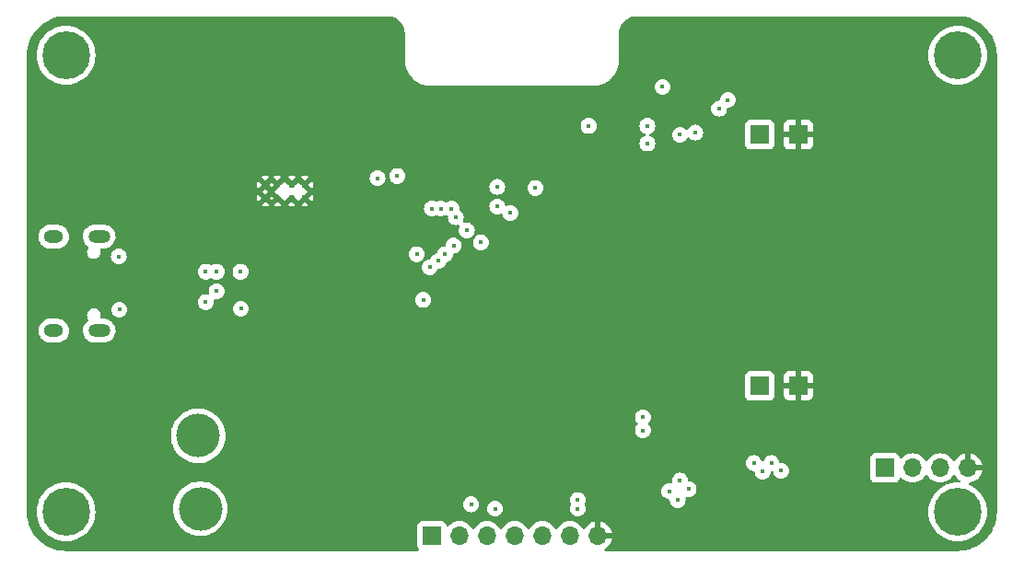
<source format=gbr>
%TF.GenerationSoftware,KiCad,Pcbnew,7.0.7*%
%TF.CreationDate,2024-06-24T12:24:59-07:00*%
%TF.ProjectId,Business Card PCB Hot Plate,42757369-6e65-4737-9320-436172642050,rev?*%
%TF.SameCoordinates,Original*%
%TF.FileFunction,Copper,L3,Inr*%
%TF.FilePolarity,Positive*%
%FSLAX46Y46*%
G04 Gerber Fmt 4.6, Leading zero omitted, Abs format (unit mm)*
G04 Created by KiCad (PCBNEW 7.0.7) date 2024-06-24 12:24:59*
%MOMM*%
%LPD*%
G01*
G04 APERTURE LIST*
%TA.AperFunction,ComponentPad*%
%ADD10R,1.700000X1.700000*%
%TD*%
%TA.AperFunction,ComponentPad*%
%ADD11O,1.700000X1.700000*%
%TD*%
%TA.AperFunction,ComponentPad*%
%ADD12C,0.700000*%
%TD*%
%TA.AperFunction,ComponentPad*%
%ADD13C,4.400000*%
%TD*%
%TA.AperFunction,ComponentPad*%
%ADD14C,4.000000*%
%TD*%
%TA.AperFunction,ComponentPad*%
%ADD15C,0.600000*%
%TD*%
%TA.AperFunction,ComponentPad*%
%ADD16O,2.000000X1.200000*%
%TD*%
%TA.AperFunction,ComponentPad*%
%ADD17O,1.800000X1.200000*%
%TD*%
%TA.AperFunction,ViaPad*%
%ADD18C,0.450000*%
%TD*%
G04 APERTURE END LIST*
D10*
%TO.N,/Esp32-C3 Wroom 02/THERM 1*%
%TO.C,J4*%
X103250000Y-45035328D03*
%TD*%
%TO.N,GND*%
%TO.C,J7*%
X106800000Y-68135328D03*
%TD*%
%TO.N,/Esp32-C3 Wroom 02/SDA*%
%TO.C,J10*%
X114750000Y-75685328D03*
D11*
%TO.N,/Esp32-C3 Wroom 02/SCL*%
X117290000Y-75685328D03*
%TO.N,+3.3V*%
X119830000Y-75685328D03*
%TO.N,GND*%
X122370000Y-75685328D03*
%TD*%
D10*
%TO.N,/Esp32-C3 Wroom 02/GPIO 7*%
%TO.C,J8*%
X73080000Y-81935328D03*
D11*
%TO.N,/Esp32-C3 Wroom 02/SDA*%
X75620000Y-81935328D03*
%TO.N,/Esp32-C3 Wroom 02/SCL*%
X78160000Y-81935328D03*
%TO.N,/Esp32-C3 Wroom 02/GPIO 4*%
X80700000Y-81935328D03*
%TO.N,/Esp32-C3 Wroom 02/GPIO 10*%
X83240000Y-81935328D03*
%TO.N,+3.3V*%
X85780000Y-81935328D03*
%TO.N,GND*%
X88320000Y-81935328D03*
%TD*%
D12*
%TO.N,N/C*%
%TO.C,H4*%
X37800000Y-37735328D03*
X38283274Y-36568602D03*
X38283274Y-38902054D03*
X39450000Y-36085328D03*
D13*
X39450000Y-37735328D03*
D12*
X39450000Y-39385328D03*
X40616726Y-36568602D03*
X40616726Y-38902054D03*
X41100000Y-37735328D03*
%TD*%
%TO.N,N/C*%
%TO.C,H2*%
X119800000Y-37735328D03*
X120283274Y-36568602D03*
X120283274Y-38902054D03*
X121450000Y-36085328D03*
D13*
X121450000Y-37735328D03*
D12*
X121450000Y-39385328D03*
X122616726Y-36568602D03*
X122616726Y-38902054D03*
X123100000Y-37735328D03*
%TD*%
D14*
%TO.N,/Heater Control/Trace Fet*%
%TO.C,J3*%
X51800000Y-79435328D03*
%TD*%
D12*
%TO.N,N/C*%
%TO.C,H3*%
X37800000Y-79735328D03*
X38283274Y-78568602D03*
X38283274Y-80902054D03*
X39450000Y-78085328D03*
D13*
X39450000Y-79735328D03*
D12*
X39450000Y-81385328D03*
X40616726Y-78568602D03*
X40616726Y-80902054D03*
X41100000Y-79735328D03*
%TD*%
D15*
%TO.N,GND*%
%TO.C,U3*%
X61400000Y-49635328D03*
X60200000Y-49635328D03*
X58900000Y-49635328D03*
X57800000Y-49635328D03*
X61400000Y-50835328D03*
X60200000Y-50835328D03*
X58900000Y-50835328D03*
X57800000Y-50835328D03*
%TD*%
D10*
%TO.N,GND*%
%TO.C,J5*%
X106800000Y-45035328D03*
%TD*%
D14*
%TO.N,+20V*%
%TO.C,J2*%
X51600000Y-72735328D03*
%TD*%
D12*
%TO.N,N/C*%
%TO.C,H1*%
X119800000Y-79735328D03*
X120283274Y-78568602D03*
X120283274Y-80902054D03*
X121450000Y-78085328D03*
D13*
X121450000Y-79735328D03*
D12*
X121450000Y-81385328D03*
X122616726Y-78568602D03*
X122616726Y-80902054D03*
X123100000Y-79735328D03*
%TD*%
D10*
%TO.N,/Esp32-C3 Wroom 02/THERM 2*%
%TO.C,J6*%
X103240000Y-68145328D03*
%TD*%
D16*
%TO.N,unconnected-(J1-SHIELD-PadS1)*%
%TO.C,J1*%
X42506000Y-54410328D03*
D17*
X38326000Y-54410328D03*
D16*
X42506000Y-63060328D03*
D17*
X38326000Y-63060328D03*
%TD*%
D18*
%TO.N,VBUS*%
X44300000Y-56235328D03*
X44350000Y-61135328D03*
%TO.N,GND*%
X65900000Y-64835328D03*
X80310000Y-48525328D03*
X102500000Y-39835328D03*
X62100000Y-75835328D03*
X53780000Y-61055328D03*
X83900000Y-59635328D03*
X44500000Y-53935328D03*
X49500000Y-50735328D03*
X102500000Y-77435328D03*
X64465000Y-67400328D03*
X63200000Y-67435328D03*
X48600000Y-50735328D03*
X82100000Y-56835328D03*
X64400000Y-47335328D03*
X51100000Y-50735328D03*
X56100000Y-50035328D03*
X82100000Y-57635328D03*
X70525000Y-53210328D03*
X57900000Y-69835328D03*
X66685000Y-78850328D03*
X64400000Y-48035328D03*
X59000000Y-54235328D03*
X69900000Y-38835328D03*
X63500000Y-48035328D03*
X69900000Y-45835328D03*
X66700000Y-81390328D03*
X56100000Y-55635328D03*
X81400000Y-48525328D03*
X58100000Y-69235328D03*
X44400000Y-63435328D03*
X50300000Y-50735328D03*
X69300000Y-42635328D03*
X66700000Y-80120328D03*
X47100000Y-61235328D03*
X69952500Y-81282828D03*
X80310000Y-47425328D03*
X80310000Y-46325328D03*
X82510000Y-48525328D03*
X46100000Y-61635328D03*
X44400000Y-62535328D03*
X90600000Y-82735328D03*
X82510000Y-46325328D03*
X63500000Y-47335328D03*
X81400000Y-46325328D03*
X47300000Y-57435328D03*
X82510000Y-47425328D03*
X93400000Y-36535328D03*
X44500000Y-54935328D03*
X81400000Y-47425328D03*
%TO.N,+20V*%
X55525000Y-61035328D03*
X55500000Y-57635328D03*
%TO.N,+3.3V*%
X97300000Y-44835328D03*
X92900000Y-44235328D03*
X100300000Y-41835328D03*
X95900000Y-45035328D03*
X87500000Y-44235328D03*
X99500000Y-42635328D03*
%TO.N,/Esp32-C3 Wroom 02/GPIO 4*%
X75100000Y-55235328D03*
X74900000Y-51835328D03*
%TO.N,/Esp32-C3 Wroom 02/GPIO 7*%
X69900000Y-48835328D03*
X71700000Y-56035328D03*
X72900000Y-57235328D03*
X68100000Y-49035328D03*
%TO.N,/Esp32-C3 Wroom 02/SDA*%
X86500000Y-78635328D03*
X76700000Y-79035328D03*
X73700000Y-56635328D03*
X104300000Y-75235328D03*
X95900000Y-76835328D03*
X94900000Y-77835328D03*
X102700000Y-75235328D03*
X73100000Y-51835328D03*
%TO.N,/Esp32-C3 Wroom 02/SCL*%
X96700000Y-77635328D03*
X74300000Y-56035328D03*
X105200000Y-75935328D03*
X86500000Y-79435328D03*
X103500000Y-76035328D03*
X95700000Y-78635328D03*
X78900000Y-79435328D03*
X73900000Y-51835328D03*
%TO.N,/Esp32-C3 Wroom 02/HEATER DRIVE*%
X72300000Y-60235328D03*
X80300000Y-52235328D03*
X82600000Y-49935328D03*
X77600000Y-54935328D03*
%TO.N,/Esp32-C3 Wroom 02/Button 2*%
X94300000Y-40635328D03*
X92900000Y-45835328D03*
%TO.N,/Esp32-C3 Wroom 02/Button 1*%
X92500000Y-71035328D03*
X92500000Y-72235328D03*
%TO.N,Net-(U5-GPIO9)*%
X76300000Y-53835328D03*
X75300000Y-52635328D03*
%TO.N,/USB_PD/CC1*%
X52300000Y-57635328D03*
X52300000Y-60435328D03*
%TO.N,/USB_PD/SEL*%
X53300000Y-59435328D03*
X53300000Y-57635328D03*
%TO.N,/Esp32-C3 Wroom 02/EN*%
X79100000Y-49835328D03*
X79100000Y-51635328D03*
%TD*%
%TA.AperFunction,Conductor*%
%TO.N,GND*%
G36*
X69002208Y-34135985D02*
G01*
X69218789Y-34151476D01*
X69236294Y-34153993D01*
X69441965Y-34198734D01*
X69458923Y-34203713D01*
X69656150Y-34277276D01*
X69672230Y-34284620D01*
X69841509Y-34377054D01*
X69856960Y-34385491D01*
X69871844Y-34395056D01*
X70040342Y-34521193D01*
X70053713Y-34532780D01*
X70202533Y-34681603D01*
X70214119Y-34694974D01*
X70340254Y-34863474D01*
X70349819Y-34878357D01*
X70450689Y-35063089D01*
X70458038Y-35079183D01*
X70531588Y-35276385D01*
X70536572Y-35293360D01*
X70581309Y-35499023D01*
X70583827Y-35516535D01*
X70599313Y-35733103D01*
X70599342Y-35733499D01*
X70599500Y-35737923D01*
X70599500Y-38083943D01*
X70599471Y-38084041D01*
X70599473Y-38280531D01*
X70634482Y-38568832D01*
X70703981Y-38850786D01*
X70806968Y-39122332D01*
X70941927Y-39379471D01*
X71106892Y-39618459D01*
X71106897Y-39618465D01*
X71106902Y-39618472D01*
X71299479Y-39835844D01*
X71408228Y-39932186D01*
X71445353Y-39991373D01*
X71450000Y-40025000D01*
X71450000Y-40110328D01*
X71596882Y-40110328D01*
X71663921Y-40130013D01*
X71667309Y-40132269D01*
X71755856Y-40193388D01*
X72012952Y-40328321D01*
X72013008Y-40328350D01*
X72284524Y-40431321D01*
X72284529Y-40431322D01*
X72284536Y-40431325D01*
X72566506Y-40500824D01*
X72790593Y-40528032D01*
X72854793Y-40535828D01*
X72854796Y-40535828D01*
X87933594Y-40535828D01*
X87934307Y-40535800D01*
X88045205Y-40535800D01*
X88104967Y-40528543D01*
X88333489Y-40500796D01*
X88615455Y-40431299D01*
X88615466Y-40431295D01*
X88886979Y-40328325D01*
X88886980Y-40328324D01*
X88886989Y-40328321D01*
X89144130Y-40193364D01*
X89232629Y-40132277D01*
X89298984Y-40110395D01*
X89303069Y-40110328D01*
X89450000Y-40110328D01*
X89450000Y-40024963D01*
X89469685Y-39957924D01*
X89491774Y-39932147D01*
X89501487Y-39923542D01*
X89600501Y-39835825D01*
X89793076Y-39618455D01*
X89958047Y-39379458D01*
X90093007Y-39122319D01*
X90195989Y-38850787D01*
X90265490Y-38568822D01*
X90300498Y-38280536D01*
X90300500Y-38135334D01*
X90300500Y-38077750D01*
X90300500Y-37735328D01*
X118744564Y-37735328D01*
X118764289Y-38061427D01*
X118823178Y-38382780D01*
X118920366Y-38694670D01*
X118920370Y-38694682D01*
X118920373Y-38694689D01*
X119054455Y-38992607D01*
X119132877Y-39122332D01*
X119223473Y-39272196D01*
X119424954Y-39529367D01*
X119655960Y-39760373D01*
X119913131Y-39961854D01*
X119913134Y-39961856D01*
X119913137Y-39961858D01*
X120192721Y-40130873D01*
X120490639Y-40264955D01*
X120490652Y-40264959D01*
X120490657Y-40264961D01*
X120802547Y-40362148D01*
X120802547Y-40362149D01*
X121123896Y-40421038D01*
X121450000Y-40440764D01*
X121776104Y-40421038D01*
X122097453Y-40362149D01*
X122409361Y-40264955D01*
X122707279Y-40130873D01*
X122986863Y-39961858D01*
X123244036Y-39760376D01*
X123475048Y-39529364D01*
X123676530Y-39272191D01*
X123845545Y-38992607D01*
X123979627Y-38694689D01*
X124076821Y-38382781D01*
X124135710Y-38061432D01*
X124155436Y-37735328D01*
X124135710Y-37409224D01*
X124076821Y-37087875D01*
X123979627Y-36775967D01*
X123845545Y-36478049D01*
X123676530Y-36198465D01*
X123676528Y-36198462D01*
X123676526Y-36198459D01*
X123475045Y-35941288D01*
X123244039Y-35710282D01*
X122986868Y-35508801D01*
X122979306Y-35504229D01*
X122707279Y-35339783D01*
X122409361Y-35205701D01*
X122409354Y-35205698D01*
X122409342Y-35205694D01*
X122097452Y-35108506D01*
X121776099Y-35049617D01*
X121450000Y-35029892D01*
X121123900Y-35049617D01*
X120802547Y-35108506D01*
X120490657Y-35205694D01*
X120490641Y-35205700D01*
X120490639Y-35205701D01*
X120333617Y-35276371D01*
X120192725Y-35339781D01*
X120192723Y-35339782D01*
X119913131Y-35508801D01*
X119655960Y-35710282D01*
X119424954Y-35941288D01*
X119223473Y-36198459D01*
X119054454Y-36478051D01*
X119054453Y-36478053D01*
X118920372Y-36775970D01*
X118920366Y-36775985D01*
X118823178Y-37087875D01*
X118764289Y-37409228D01*
X118744564Y-37735328D01*
X90300500Y-37735328D01*
X90300500Y-35737534D01*
X90300658Y-35733111D01*
X90300659Y-35733103D01*
X90316145Y-35516534D01*
X90318662Y-35499025D01*
X90363404Y-35293337D01*
X90368382Y-35276385D01*
X90441940Y-35079160D01*
X90449285Y-35063079D01*
X90472877Y-35019873D01*
X90550157Y-34878340D01*
X90559715Y-34863465D01*
X90685862Y-34694950D01*
X90697436Y-34681593D01*
X90846280Y-34532748D01*
X90859635Y-34521175D01*
X91028145Y-34395028D01*
X91043012Y-34385473D01*
X91227767Y-34284588D01*
X91243832Y-34277252D01*
X91441071Y-34203685D01*
X91458022Y-34198708D01*
X91663703Y-34153965D01*
X91681204Y-34151448D01*
X91897400Y-34135985D01*
X91901823Y-34135828D01*
X91957583Y-34135828D01*
X121392417Y-34135828D01*
X121448470Y-34135828D01*
X121451512Y-34135903D01*
X121799771Y-34153012D01*
X121805818Y-34153606D01*
X122149213Y-34204544D01*
X122155160Y-34205726D01*
X122491928Y-34290082D01*
X122497725Y-34291840D01*
X122824611Y-34408803D01*
X122830213Y-34411124D01*
X123144035Y-34559552D01*
X123149401Y-34562420D01*
X123447161Y-34740892D01*
X123452202Y-34744260D01*
X123731050Y-34951069D01*
X123735736Y-34954915D01*
X123818461Y-35029892D01*
X123992961Y-35188051D01*
X123997266Y-35192356D01*
X124096497Y-35301841D01*
X124230396Y-35449578D01*
X124234249Y-35454272D01*
X124267440Y-35499025D01*
X124441041Y-35733103D01*
X124444424Y-35738165D01*
X124622892Y-36035924D01*
X124625762Y-36041293D01*
X124774180Y-36355099D01*
X124776510Y-36360724D01*
X124893460Y-36687581D01*
X124895224Y-36693397D01*
X124948872Y-36907578D01*
X124979572Y-37030142D01*
X124980759Y-37036113D01*
X125031694Y-37379495D01*
X125032290Y-37385554D01*
X125049425Y-37734379D01*
X125049500Y-37737421D01*
X125049500Y-79733794D01*
X125049425Y-79736837D01*
X125032313Y-80085094D01*
X125031716Y-80091152D01*
X124980779Y-80434533D01*
X124979591Y-80440504D01*
X124895240Y-80777246D01*
X124893472Y-80783072D01*
X124792863Y-81064254D01*
X124776523Y-81109919D01*
X124774196Y-81115536D01*
X124686806Y-81300305D01*
X124625772Y-81429349D01*
X124622902Y-81434718D01*
X124444431Y-81732476D01*
X124441049Y-81737538D01*
X124234263Y-82016354D01*
X124230401Y-82021060D01*
X123997263Y-82278286D01*
X123992958Y-82282591D01*
X123735747Y-82515712D01*
X123731041Y-82519574D01*
X123452214Y-82726364D01*
X123447156Y-82729744D01*
X123319254Y-82806406D01*
X123149405Y-82908209D01*
X123144035Y-82911079D01*
X122830218Y-83059503D01*
X122824593Y-83061833D01*
X122497740Y-83178782D01*
X122491914Y-83180549D01*
X122155183Y-83264896D01*
X122149212Y-83266083D01*
X121805827Y-83317020D01*
X121799768Y-83317616D01*
X121450942Y-83334753D01*
X121447899Y-83334828D01*
X89068238Y-83334828D01*
X89001199Y-83315143D01*
X88955444Y-83262339D01*
X88945500Y-83193181D01*
X88974525Y-83129625D01*
X88997114Y-83109253D01*
X89191082Y-82973433D01*
X89358105Y-82806410D01*
X89493600Y-82612906D01*
X89593429Y-82398820D01*
X89593432Y-82398814D01*
X89650636Y-82185328D01*
X88933347Y-82185328D01*
X88866308Y-82165643D01*
X88820553Y-82112839D01*
X88810609Y-82043681D01*
X88814369Y-82026395D01*
X88820000Y-82007216D01*
X88820000Y-81863439D01*
X88814369Y-81844261D01*
X88814370Y-81774392D01*
X88852145Y-81715614D01*
X88915701Y-81686590D01*
X88933347Y-81685328D01*
X89650636Y-81685328D01*
X89650635Y-81685327D01*
X89593432Y-81471841D01*
X89593429Y-81471835D01*
X89493600Y-81257750D01*
X89493599Y-81257748D01*
X89358113Y-81064254D01*
X89358108Y-81064248D01*
X89191082Y-80897222D01*
X88997578Y-80761727D01*
X88783492Y-80661898D01*
X88783486Y-80661895D01*
X88570000Y-80604692D01*
X88570000Y-81323026D01*
X88550315Y-81390065D01*
X88497511Y-81435820D01*
X88428355Y-81445764D01*
X88355766Y-81435328D01*
X88355763Y-81435328D01*
X88284237Y-81435328D01*
X88284233Y-81435328D01*
X88211645Y-81445764D01*
X88142487Y-81435820D01*
X88089684Y-81390064D01*
X88070000Y-81323026D01*
X88070000Y-80604692D01*
X88069999Y-80604692D01*
X87856513Y-80661895D01*
X87856507Y-80661898D01*
X87642422Y-80761727D01*
X87642420Y-80761728D01*
X87448926Y-80897214D01*
X87448920Y-80897219D01*
X87281891Y-81064248D01*
X87281890Y-81064250D01*
X87151880Y-81249923D01*
X87097303Y-81293547D01*
X87027804Y-81300740D01*
X86965450Y-81269218D01*
X86948730Y-81249922D01*
X86818494Y-81063925D01*
X86651402Y-80896834D01*
X86651395Y-80896829D01*
X86457834Y-80761295D01*
X86457830Y-80761293D01*
X86420541Y-80743905D01*
X86243663Y-80661425D01*
X86243659Y-80661424D01*
X86243655Y-80661422D01*
X86015413Y-80600266D01*
X86015403Y-80600264D01*
X85780001Y-80579669D01*
X85779999Y-80579669D01*
X85544596Y-80600264D01*
X85544586Y-80600266D01*
X85316344Y-80661422D01*
X85316335Y-80661426D01*
X85102171Y-80761292D01*
X85102169Y-80761293D01*
X84908597Y-80896833D01*
X84741508Y-81063922D01*
X84611574Y-81249487D01*
X84556997Y-81293112D01*
X84487498Y-81300304D01*
X84425144Y-81268782D01*
X84408424Y-81249486D01*
X84278494Y-81063925D01*
X84111402Y-80896834D01*
X84111395Y-80896829D01*
X83917834Y-80761295D01*
X83917830Y-80761293D01*
X83880541Y-80743905D01*
X83703663Y-80661425D01*
X83703659Y-80661424D01*
X83703655Y-80661422D01*
X83475413Y-80600266D01*
X83475403Y-80600264D01*
X83240001Y-80579669D01*
X83239999Y-80579669D01*
X83004596Y-80600264D01*
X83004586Y-80600266D01*
X82776344Y-80661422D01*
X82776335Y-80661426D01*
X82562171Y-80761292D01*
X82562169Y-80761293D01*
X82368597Y-80896833D01*
X82201505Y-81063925D01*
X82071575Y-81249486D01*
X82016998Y-81293111D01*
X81947500Y-81300305D01*
X81885145Y-81268782D01*
X81868425Y-81249486D01*
X81738494Y-81063925D01*
X81571402Y-80896834D01*
X81571395Y-80896829D01*
X81377834Y-80761295D01*
X81377830Y-80761293D01*
X81340541Y-80743905D01*
X81163663Y-80661425D01*
X81163659Y-80661424D01*
X81163655Y-80661422D01*
X80935413Y-80600266D01*
X80935403Y-80600264D01*
X80700001Y-80579669D01*
X80699999Y-80579669D01*
X80464596Y-80600264D01*
X80464586Y-80600266D01*
X80236344Y-80661422D01*
X80236335Y-80661426D01*
X80022171Y-80761292D01*
X80022169Y-80761293D01*
X79828597Y-80896833D01*
X79661505Y-81063925D01*
X79531575Y-81249486D01*
X79476998Y-81293111D01*
X79407500Y-81300305D01*
X79345145Y-81268782D01*
X79328425Y-81249486D01*
X79198494Y-81063925D01*
X79031402Y-80896834D01*
X79031395Y-80896829D01*
X78837834Y-80761295D01*
X78837830Y-80761293D01*
X78800541Y-80743905D01*
X78623663Y-80661425D01*
X78623659Y-80661424D01*
X78623655Y-80661422D01*
X78395413Y-80600266D01*
X78395403Y-80600264D01*
X78160001Y-80579669D01*
X78159999Y-80579669D01*
X77924596Y-80600264D01*
X77924586Y-80600266D01*
X77696344Y-80661422D01*
X77696335Y-80661426D01*
X77482171Y-80761292D01*
X77482169Y-80761293D01*
X77288597Y-80896833D01*
X77121505Y-81063925D01*
X76991575Y-81249486D01*
X76936998Y-81293111D01*
X76867500Y-81300305D01*
X76805145Y-81268782D01*
X76788425Y-81249486D01*
X76658494Y-81063925D01*
X76491402Y-80896834D01*
X76491395Y-80896829D01*
X76297834Y-80761295D01*
X76297830Y-80761293D01*
X76260541Y-80743905D01*
X76083663Y-80661425D01*
X76083659Y-80661424D01*
X76083655Y-80661422D01*
X75855413Y-80600266D01*
X75855403Y-80600264D01*
X75620001Y-80579669D01*
X75619999Y-80579669D01*
X75384596Y-80600264D01*
X75384586Y-80600266D01*
X75156344Y-80661422D01*
X75156335Y-80661426D01*
X74942171Y-80761292D01*
X74942169Y-80761293D01*
X74748600Y-80896831D01*
X74626673Y-81018758D01*
X74565350Y-81052242D01*
X74495658Y-81047258D01*
X74439725Y-81005386D01*
X74422810Y-80974409D01*
X74373797Y-80842999D01*
X74373793Y-80842992D01*
X74287547Y-80727783D01*
X74287544Y-80727780D01*
X74172335Y-80641534D01*
X74172328Y-80641530D01*
X74037482Y-80591236D01*
X74037483Y-80591236D01*
X73977883Y-80584829D01*
X73977881Y-80584828D01*
X73977873Y-80584828D01*
X73977864Y-80584828D01*
X72182129Y-80584828D01*
X72182123Y-80584829D01*
X72122516Y-80591236D01*
X71987671Y-80641530D01*
X71987664Y-80641534D01*
X71872455Y-80727780D01*
X71872452Y-80727783D01*
X71786206Y-80842992D01*
X71786202Y-80842999D01*
X71735908Y-80977845D01*
X71729501Y-81037444D01*
X71729500Y-81037463D01*
X71729500Y-82833198D01*
X71729501Y-82833204D01*
X71735908Y-82892811D01*
X71786202Y-83027656D01*
X71786206Y-83027663D01*
X71867695Y-83136517D01*
X71892113Y-83201981D01*
X71877262Y-83270254D01*
X71827857Y-83319660D01*
X71768429Y-83334828D01*
X39451530Y-83334828D01*
X39448487Y-83334753D01*
X39100225Y-83317643D01*
X39094167Y-83317047D01*
X38750787Y-83266112D01*
X38744818Y-83264925D01*
X38688658Y-83250858D01*
X38408075Y-83180575D01*
X38402249Y-83178808D01*
X38075395Y-83061859D01*
X38069770Y-83059529D01*
X37755951Y-82911104D01*
X37750586Y-82908236D01*
X37452817Y-82729761D01*
X37447768Y-82726387D01*
X37305898Y-82621170D01*
X37168934Y-82519591D01*
X37164234Y-82515733D01*
X36907021Y-82282611D01*
X36902715Y-82278306D01*
X36669576Y-82021077D01*
X36665714Y-82016371D01*
X36458916Y-81737538D01*
X36455545Y-81732492D01*
X36455535Y-81732476D01*
X36277065Y-81434718D01*
X36274211Y-81429379D01*
X36125769Y-81115530D01*
X36123458Y-81109950D01*
X36006493Y-80783061D01*
X36004732Y-80777254D01*
X36000734Y-80761295D01*
X35920379Y-80440504D01*
X35919194Y-80434550D01*
X35876556Y-80147115D01*
X35868255Y-80091155D01*
X35867658Y-80085096D01*
X35850575Y-79737406D01*
X35850524Y-79735327D01*
X36744564Y-79735327D01*
X36764289Y-80061427D01*
X36823178Y-80382780D01*
X36920366Y-80694670D01*
X36920370Y-80694682D01*
X36920373Y-80694689D01*
X37054455Y-80992607D01*
X37214588Y-81257499D01*
X37223473Y-81272196D01*
X37424954Y-81529367D01*
X37655960Y-81760373D01*
X37913131Y-81961854D01*
X37913134Y-81961856D01*
X37913137Y-81961858D01*
X38192721Y-82130873D01*
X38490639Y-82264955D01*
X38490652Y-82264959D01*
X38490657Y-82264961D01*
X38796549Y-82360280D01*
X38802547Y-82362149D01*
X39123896Y-82421038D01*
X39450000Y-82440764D01*
X39776104Y-82421038D01*
X40097453Y-82362149D01*
X40409361Y-82264955D01*
X40707279Y-82130873D01*
X40986863Y-81961858D01*
X41244036Y-81760376D01*
X41475048Y-81529364D01*
X41676530Y-81272191D01*
X41845545Y-80992607D01*
X41979627Y-80694689D01*
X42076821Y-80382781D01*
X42135710Y-80061432D01*
X42155436Y-79735328D01*
X42137289Y-79435333D01*
X49294556Y-79435333D01*
X49314310Y-79749332D01*
X49314311Y-79749339D01*
X49373270Y-80058411D01*
X49470497Y-80357644D01*
X49470499Y-80357649D01*
X49604461Y-80642331D01*
X49604464Y-80642337D01*
X49773051Y-80907989D01*
X49773054Y-80907993D01*
X49973606Y-81150418D01*
X49973608Y-81150420D01*
X49973610Y-81150422D01*
X50103281Y-81272191D01*
X50202968Y-81365804D01*
X50202978Y-81365812D01*
X50457504Y-81550736D01*
X50457509Y-81550738D01*
X50457516Y-81550744D01*
X50733234Y-81702322D01*
X50733239Y-81702324D01*
X50733241Y-81702325D01*
X50733242Y-81702326D01*
X51025771Y-81818146D01*
X51025774Y-81818147D01*
X51262478Y-81878922D01*
X51330527Y-81896394D01*
X51396010Y-81904666D01*
X51642670Y-81935827D01*
X51642679Y-81935827D01*
X51642682Y-81935828D01*
X51642684Y-81935828D01*
X51957316Y-81935828D01*
X51957318Y-81935828D01*
X51957321Y-81935827D01*
X51957329Y-81935827D01*
X52143593Y-81912296D01*
X52269473Y-81896394D01*
X52574225Y-81818147D01*
X52684738Y-81774392D01*
X52866757Y-81702326D01*
X52866758Y-81702325D01*
X52866756Y-81702325D01*
X52866766Y-81702322D01*
X53142484Y-81550744D01*
X53397030Y-81365806D01*
X53626390Y-81150422D01*
X53826947Y-80907991D01*
X53995537Y-80642335D01*
X54129503Y-80357643D01*
X54226731Y-80058407D01*
X54285688Y-79749343D01*
X54285828Y-79747115D01*
X54305444Y-79435333D01*
X54305444Y-79435322D01*
X54285689Y-79121323D01*
X54285688Y-79121316D01*
X54285688Y-79121313D01*
X54269286Y-79035331D01*
X75969909Y-79035331D01*
X75988212Y-79197783D01*
X76042210Y-79352102D01*
X76078105Y-79409228D01*
X76129192Y-79490532D01*
X76244796Y-79606136D01*
X76383225Y-79693117D01*
X76537539Y-79747114D01*
X76537542Y-79747114D01*
X76537544Y-79747115D01*
X76699996Y-79765419D01*
X76700000Y-79765419D01*
X76700004Y-79765419D01*
X76862455Y-79747115D01*
X76862456Y-79747114D01*
X76862461Y-79747114D01*
X77016775Y-79693117D01*
X77155204Y-79606136D01*
X77270808Y-79490532D01*
X77305493Y-79435331D01*
X78169909Y-79435331D01*
X78188212Y-79597783D01*
X78242210Y-79752102D01*
X78242211Y-79752103D01*
X78329192Y-79890532D01*
X78444796Y-80006136D01*
X78583225Y-80093117D01*
X78737539Y-80147114D01*
X78737542Y-80147114D01*
X78737544Y-80147115D01*
X78899996Y-80165419D01*
X78900000Y-80165419D01*
X78900004Y-80165419D01*
X79062455Y-80147115D01*
X79062456Y-80147114D01*
X79062461Y-80147114D01*
X79216775Y-80093117D01*
X79355204Y-80006136D01*
X79470808Y-79890532D01*
X79557789Y-79752103D01*
X79611786Y-79597789D01*
X79623871Y-79490532D01*
X79630091Y-79435331D01*
X85769909Y-79435331D01*
X85788212Y-79597783D01*
X85842210Y-79752102D01*
X85842211Y-79752103D01*
X85929192Y-79890532D01*
X86044796Y-80006136D01*
X86183225Y-80093117D01*
X86337539Y-80147114D01*
X86337542Y-80147114D01*
X86337544Y-80147115D01*
X86499996Y-80165419D01*
X86500000Y-80165419D01*
X86500004Y-80165419D01*
X86662455Y-80147115D01*
X86662456Y-80147114D01*
X86662461Y-80147114D01*
X86816775Y-80093117D01*
X86955204Y-80006136D01*
X87070808Y-79890532D01*
X87157789Y-79752103D01*
X87211786Y-79597789D01*
X87223871Y-79490532D01*
X87230091Y-79435331D01*
X87230091Y-79435324D01*
X87211787Y-79272872D01*
X87211786Y-79272870D01*
X87211786Y-79272867D01*
X87157789Y-79118553D01*
X87146948Y-79101300D01*
X87127948Y-79034065D01*
X87146949Y-78969354D01*
X87157789Y-78952103D01*
X87211786Y-78797789D01*
X87214243Y-78775985D01*
X87230091Y-78635331D01*
X87230091Y-78635324D01*
X87211787Y-78472872D01*
X87211786Y-78472870D01*
X87211786Y-78472867D01*
X87157789Y-78318553D01*
X87070808Y-78180124D01*
X86955204Y-78064520D01*
X86848993Y-77997783D01*
X86816774Y-77977538D01*
X86662455Y-77923540D01*
X86500004Y-77905237D01*
X86499996Y-77905237D01*
X86337544Y-77923540D01*
X86183225Y-77977538D01*
X86044795Y-78064520D01*
X85929192Y-78180123D01*
X85842210Y-78318553D01*
X85788212Y-78472872D01*
X85769909Y-78635324D01*
X85769909Y-78635331D01*
X85788212Y-78797783D01*
X85842211Y-78952104D01*
X85853053Y-78969360D01*
X85872051Y-79036597D01*
X85853053Y-79101296D01*
X85842211Y-79118551D01*
X85788212Y-79272872D01*
X85769909Y-79435324D01*
X85769909Y-79435331D01*
X79630091Y-79435331D01*
X79630091Y-79435324D01*
X79611787Y-79272872D01*
X79611786Y-79272870D01*
X79611786Y-79272867D01*
X79557789Y-79118553D01*
X79470808Y-78980124D01*
X79355204Y-78864520D01*
X79355203Y-78864520D01*
X79216774Y-78777538D01*
X79062455Y-78723540D01*
X78900004Y-78705237D01*
X78899996Y-78705237D01*
X78737544Y-78723540D01*
X78583225Y-78777538D01*
X78444795Y-78864520D01*
X78329192Y-78980123D01*
X78242210Y-79118553D01*
X78188212Y-79272872D01*
X78169909Y-79435324D01*
X78169909Y-79435331D01*
X77305493Y-79435331D01*
X77357789Y-79352103D01*
X77411786Y-79197789D01*
X77420402Y-79121323D01*
X77430091Y-79035331D01*
X77430091Y-79035324D01*
X77411787Y-78872872D01*
X77411786Y-78872870D01*
X77411786Y-78872867D01*
X77357789Y-78718553D01*
X77270808Y-78580124D01*
X77155204Y-78464520D01*
X77062287Y-78406136D01*
X77016774Y-78377538D01*
X76862455Y-78323540D01*
X76700004Y-78305237D01*
X76699996Y-78305237D01*
X76537544Y-78323540D01*
X76383225Y-78377538D01*
X76244795Y-78464520D01*
X76129192Y-78580123D01*
X76042210Y-78718553D01*
X75988212Y-78872872D01*
X75969909Y-79035324D01*
X75969909Y-79035331D01*
X54269286Y-79035331D01*
X54226731Y-78812249D01*
X54129503Y-78513013D01*
X53995537Y-78228321D01*
X53863677Y-78020542D01*
X53826948Y-77962666D01*
X53826945Y-77962662D01*
X53721607Y-77835331D01*
X94169909Y-77835331D01*
X94188212Y-77997783D01*
X94242210Y-78152102D01*
X94276162Y-78206136D01*
X94329192Y-78290532D01*
X94444796Y-78406136D01*
X94583225Y-78493117D01*
X94737539Y-78547114D01*
X94737542Y-78547114D01*
X94737544Y-78547115D01*
X94811563Y-78555454D01*
X94864565Y-78561426D01*
X94928978Y-78588492D01*
X94968533Y-78646086D01*
X94973901Y-78670763D01*
X94988212Y-78797783D01*
X95042210Y-78952102D01*
X95053054Y-78969360D01*
X95129192Y-79090532D01*
X95244796Y-79206136D01*
X95383225Y-79293117D01*
X95537539Y-79347114D01*
X95537542Y-79347114D01*
X95537544Y-79347115D01*
X95699996Y-79365419D01*
X95700000Y-79365419D01*
X95700004Y-79365419D01*
X95862455Y-79347115D01*
X95862456Y-79347114D01*
X95862461Y-79347114D01*
X96016775Y-79293117D01*
X96155204Y-79206136D01*
X96270808Y-79090532D01*
X96357789Y-78952103D01*
X96411786Y-78797789D01*
X96414243Y-78775985D01*
X96430091Y-78635331D01*
X96430091Y-78635324D01*
X96413228Y-78485659D01*
X96425283Y-78416838D01*
X96472632Y-78365458D01*
X96540242Y-78347834D01*
X96550331Y-78348556D01*
X96699996Y-78365419D01*
X96700000Y-78365419D01*
X96700004Y-78365419D01*
X96862455Y-78347115D01*
X96862456Y-78347114D01*
X96862461Y-78347114D01*
X97016775Y-78293117D01*
X97155204Y-78206136D01*
X97270808Y-78090532D01*
X97357789Y-77952103D01*
X97411786Y-77797789D01*
X97411787Y-77797783D01*
X97430091Y-77635331D01*
X97430091Y-77635324D01*
X97411787Y-77472872D01*
X97411786Y-77472870D01*
X97411786Y-77472867D01*
X97357789Y-77318553D01*
X97270808Y-77180124D01*
X97155204Y-77064520D01*
X97109170Y-77035595D01*
X97016774Y-76977538D01*
X96862455Y-76923540D01*
X96735435Y-76909229D01*
X96671021Y-76882163D01*
X96631465Y-76824568D01*
X96626098Y-76799892D01*
X96611787Y-76672872D01*
X96611786Y-76672870D01*
X96611786Y-76672867D01*
X96557789Y-76518553D01*
X96470808Y-76380124D01*
X96355204Y-76264520D01*
X96248993Y-76197783D01*
X96216774Y-76177538D01*
X96062455Y-76123540D01*
X95900004Y-76105237D01*
X95899996Y-76105237D01*
X95737544Y-76123540D01*
X95583225Y-76177538D01*
X95444795Y-76264520D01*
X95329192Y-76380123D01*
X95242210Y-76518553D01*
X95188212Y-76672872D01*
X95169909Y-76835324D01*
X95169909Y-76835332D01*
X95186771Y-76984996D01*
X95174716Y-77053818D01*
X95127367Y-77105197D01*
X95059756Y-77122821D01*
X95049668Y-77122099D01*
X94900004Y-77105237D01*
X94899996Y-77105237D01*
X94737544Y-77123540D01*
X94583225Y-77177538D01*
X94444795Y-77264520D01*
X94329192Y-77380123D01*
X94242210Y-77518553D01*
X94188212Y-77672872D01*
X94169909Y-77835324D01*
X94169909Y-77835331D01*
X53721607Y-77835331D01*
X53626393Y-77720237D01*
X53626391Y-77720235D01*
X53535975Y-77635328D01*
X53397030Y-77504850D01*
X53397027Y-77504848D01*
X53397021Y-77504843D01*
X53142495Y-77319919D01*
X53142488Y-77319914D01*
X53142484Y-77319912D01*
X52866766Y-77168334D01*
X52866763Y-77168332D01*
X52866758Y-77168330D01*
X52866757Y-77168329D01*
X52574228Y-77052509D01*
X52574225Y-77052508D01*
X52269476Y-76974262D01*
X52269463Y-76974260D01*
X51957329Y-76934828D01*
X51957318Y-76934828D01*
X51642682Y-76934828D01*
X51642670Y-76934828D01*
X51330536Y-76974260D01*
X51330523Y-76974262D01*
X51025774Y-77052508D01*
X51025771Y-77052509D01*
X50733242Y-77168329D01*
X50733241Y-77168330D01*
X50457516Y-77319912D01*
X50457504Y-77319919D01*
X50202978Y-77504843D01*
X50202968Y-77504851D01*
X49973608Y-77720235D01*
X49973606Y-77720237D01*
X49773054Y-77962662D01*
X49773051Y-77962666D01*
X49604464Y-78228318D01*
X49604461Y-78228324D01*
X49470499Y-78513006D01*
X49470497Y-78513011D01*
X49373270Y-78812244D01*
X49314311Y-79121316D01*
X49314310Y-79121323D01*
X49294556Y-79435322D01*
X49294556Y-79435333D01*
X42137289Y-79435333D01*
X42135710Y-79409224D01*
X42076821Y-79087875D01*
X42043244Y-78980123D01*
X41979633Y-78775985D01*
X41979631Y-78775980D01*
X41979627Y-78775967D01*
X41845545Y-78478049D01*
X41676530Y-78198465D01*
X41676528Y-78198462D01*
X41676526Y-78198459D01*
X41475045Y-77941288D01*
X41244039Y-77710282D01*
X40986868Y-77508801D01*
X40979306Y-77504229D01*
X40707279Y-77339783D01*
X40409361Y-77205701D01*
X40409354Y-77205698D01*
X40409342Y-77205694D01*
X40097452Y-77108506D01*
X39776099Y-77049617D01*
X39450000Y-77029892D01*
X39123900Y-77049617D01*
X38802547Y-77108506D01*
X38490657Y-77205694D01*
X38490641Y-77205700D01*
X38490639Y-77205701D01*
X38457664Y-77220542D01*
X38192725Y-77339781D01*
X38192723Y-77339782D01*
X37913131Y-77508801D01*
X37655960Y-77710282D01*
X37424954Y-77941288D01*
X37223473Y-78198459D01*
X37122542Y-78365419D01*
X37054455Y-78478049D01*
X36943969Y-78723540D01*
X36920372Y-78775970D01*
X36920366Y-78775985D01*
X36823178Y-79087875D01*
X36764289Y-79409228D01*
X36744564Y-79735327D01*
X35850524Y-79735327D01*
X35850500Y-79734363D01*
X35850500Y-72735333D01*
X49094556Y-72735333D01*
X49114310Y-73049332D01*
X49114311Y-73049339D01*
X49173270Y-73358411D01*
X49270497Y-73657644D01*
X49270499Y-73657649D01*
X49404461Y-73942331D01*
X49404464Y-73942337D01*
X49573051Y-74207989D01*
X49573054Y-74207993D01*
X49773606Y-74450418D01*
X49773608Y-74450420D01*
X49773610Y-74450422D01*
X49908976Y-74577539D01*
X50002968Y-74665804D01*
X50002978Y-74665812D01*
X50257504Y-74850736D01*
X50257509Y-74850738D01*
X50257516Y-74850744D01*
X50533234Y-75002322D01*
X50533239Y-75002324D01*
X50533241Y-75002325D01*
X50533242Y-75002326D01*
X50825771Y-75118146D01*
X50825774Y-75118147D01*
X51087428Y-75185328D01*
X51130527Y-75196394D01*
X51196010Y-75204666D01*
X51442670Y-75235827D01*
X51442679Y-75235827D01*
X51442682Y-75235828D01*
X51442684Y-75235828D01*
X51757316Y-75235828D01*
X51757318Y-75235828D01*
X51757321Y-75235827D01*
X51757329Y-75235827D01*
X51761255Y-75235331D01*
X101969909Y-75235331D01*
X101988212Y-75397783D01*
X102042210Y-75552102D01*
X102080751Y-75613439D01*
X102129192Y-75690532D01*
X102244796Y-75806136D01*
X102383225Y-75893117D01*
X102537539Y-75947114D01*
X102537542Y-75947114D01*
X102537544Y-75947115D01*
X102611563Y-75955454D01*
X102664565Y-75961426D01*
X102728978Y-75988492D01*
X102768533Y-76046086D01*
X102773901Y-76070763D01*
X102788212Y-76197783D01*
X102842210Y-76352102D01*
X102929192Y-76490532D01*
X103044796Y-76606136D01*
X103183225Y-76693117D01*
X103337539Y-76747114D01*
X103337542Y-76747114D01*
X103337544Y-76747115D01*
X103499996Y-76765419D01*
X103500000Y-76765419D01*
X103500004Y-76765419D01*
X103662455Y-76747115D01*
X103662456Y-76747114D01*
X103662461Y-76747114D01*
X103816775Y-76693117D01*
X103955204Y-76606136D01*
X104070808Y-76490532D01*
X104157789Y-76352103D01*
X104211786Y-76197789D01*
X104217304Y-76148820D01*
X104226098Y-76070763D01*
X104253164Y-76006349D01*
X104310758Y-75966794D01*
X104335433Y-75961426D01*
X104347907Y-75960021D01*
X104416729Y-75972076D01*
X104468107Y-76019426D01*
X104485009Y-76069355D01*
X104488212Y-76097783D01*
X104542210Y-76252102D01*
X104604901Y-76351874D01*
X104629192Y-76390532D01*
X104744796Y-76506136D01*
X104883225Y-76593117D01*
X105037539Y-76647114D01*
X105037542Y-76647114D01*
X105037544Y-76647115D01*
X105199996Y-76665419D01*
X105200000Y-76665419D01*
X105200004Y-76665419D01*
X105362455Y-76647115D01*
X105362456Y-76647114D01*
X105362461Y-76647114D01*
X105516775Y-76593117D01*
X105532561Y-76583198D01*
X113399500Y-76583198D01*
X113399501Y-76583204D01*
X113405908Y-76642811D01*
X113456202Y-76777656D01*
X113456206Y-76777663D01*
X113542452Y-76892872D01*
X113542455Y-76892875D01*
X113657664Y-76979121D01*
X113657671Y-76979125D01*
X113792517Y-77029419D01*
X113792516Y-77029419D01*
X113796916Y-77029892D01*
X113852127Y-77035828D01*
X115647872Y-77035827D01*
X115707483Y-77029419D01*
X115842331Y-76979124D01*
X115957546Y-76892874D01*
X116043796Y-76777659D01*
X116092810Y-76646244D01*
X116134681Y-76590312D01*
X116200145Y-76565894D01*
X116268418Y-76580745D01*
X116296673Y-76601897D01*
X116418599Y-76723823D01*
X116515384Y-76791593D01*
X116612165Y-76859360D01*
X116612167Y-76859361D01*
X116612170Y-76859363D01*
X116826337Y-76959231D01*
X117054592Y-77020391D01*
X117231034Y-77035828D01*
X117289999Y-77040987D01*
X117290000Y-77040987D01*
X117290001Y-77040987D01*
X117348966Y-77035828D01*
X117525408Y-77020391D01*
X117753663Y-76959231D01*
X117967830Y-76859363D01*
X118161401Y-76723823D01*
X118328495Y-76556729D01*
X118458424Y-76371170D01*
X118513002Y-76327545D01*
X118582500Y-76320351D01*
X118644855Y-76351874D01*
X118661575Y-76371170D01*
X118791281Y-76556410D01*
X118791505Y-76556729D01*
X118958599Y-76723823D01*
X119055384Y-76791592D01*
X119152165Y-76859360D01*
X119152167Y-76859361D01*
X119152170Y-76859363D01*
X119366337Y-76959231D01*
X119594592Y-77020391D01*
X119771034Y-77035828D01*
X119829999Y-77040987D01*
X119830000Y-77040987D01*
X119830001Y-77040987D01*
X119888966Y-77035828D01*
X120065408Y-77020391D01*
X120293663Y-76959231D01*
X120507830Y-76859363D01*
X120701401Y-76723823D01*
X120868495Y-76556729D01*
X120998730Y-76370733D01*
X121053307Y-76327109D01*
X121122805Y-76319915D01*
X121185160Y-76351438D01*
X121201879Y-76370733D01*
X121331890Y-76556406D01*
X121498921Y-76723437D01*
X121622897Y-76810247D01*
X121666522Y-76864824D01*
X121673714Y-76934322D01*
X121642192Y-76996677D01*
X121581962Y-77032090D01*
X121544287Y-77035595D01*
X121450000Y-77029892D01*
X121123900Y-77049617D01*
X120802547Y-77108506D01*
X120490657Y-77205694D01*
X120490641Y-77205700D01*
X120490639Y-77205701D01*
X120457664Y-77220542D01*
X120192725Y-77339781D01*
X120192723Y-77339782D01*
X119913131Y-77508801D01*
X119655960Y-77710282D01*
X119424954Y-77941288D01*
X119223473Y-78198459D01*
X119122542Y-78365419D01*
X119054455Y-78478049D01*
X118943969Y-78723540D01*
X118920372Y-78775970D01*
X118920366Y-78775985D01*
X118823178Y-79087875D01*
X118764289Y-79409228D01*
X118744564Y-79735328D01*
X118764289Y-80061427D01*
X118823178Y-80382780D01*
X118920366Y-80694670D01*
X118920370Y-80694682D01*
X118920373Y-80694689D01*
X119054455Y-80992607D01*
X119214588Y-81257499D01*
X119223473Y-81272196D01*
X119424954Y-81529367D01*
X119655960Y-81760373D01*
X119913131Y-81961854D01*
X119913134Y-81961856D01*
X119913137Y-81961858D01*
X120192721Y-82130873D01*
X120490639Y-82264955D01*
X120490652Y-82264959D01*
X120490657Y-82264961D01*
X120796549Y-82360280D01*
X120802547Y-82362149D01*
X121123896Y-82421038D01*
X121450000Y-82440764D01*
X121776104Y-82421038D01*
X122097453Y-82362149D01*
X122409361Y-82264955D01*
X122707279Y-82130873D01*
X122986863Y-81961858D01*
X123244036Y-81760376D01*
X123475048Y-81529364D01*
X123676530Y-81272191D01*
X123845545Y-80992607D01*
X123979627Y-80694689D01*
X124076821Y-80382781D01*
X124135710Y-80061432D01*
X124155436Y-79735328D01*
X124135710Y-79409224D01*
X124076821Y-79087875D01*
X124043244Y-78980123D01*
X123979633Y-78775985D01*
X123979631Y-78775980D01*
X123979627Y-78775967D01*
X123845545Y-78478049D01*
X123676530Y-78198465D01*
X123676528Y-78198462D01*
X123676526Y-78198459D01*
X123475045Y-77941288D01*
X123244039Y-77710282D01*
X122986868Y-77508801D01*
X122979306Y-77504229D01*
X122707279Y-77339783D01*
X122529228Y-77259649D01*
X122476177Y-77214187D01*
X122456124Y-77147256D01*
X122475440Y-77080110D01*
X122527991Y-77034065D01*
X122569315Y-77023047D01*
X122605315Y-77019897D01*
X122605326Y-77019895D01*
X122833483Y-76958761D01*
X122833492Y-76958757D01*
X123047578Y-76858928D01*
X123241082Y-76723433D01*
X123408105Y-76556410D01*
X123543600Y-76362906D01*
X123643429Y-76148820D01*
X123643432Y-76148814D01*
X123700636Y-75935328D01*
X122983347Y-75935328D01*
X122916308Y-75915643D01*
X122870553Y-75862839D01*
X122860609Y-75793681D01*
X122864369Y-75776395D01*
X122870000Y-75757216D01*
X122870000Y-75613439D01*
X122864369Y-75594261D01*
X122864370Y-75524392D01*
X122902145Y-75465614D01*
X122965701Y-75436590D01*
X122983347Y-75435328D01*
X123700636Y-75435328D01*
X123700635Y-75435327D01*
X123643432Y-75221841D01*
X123643429Y-75221835D01*
X123543600Y-75007750D01*
X123543599Y-75007748D01*
X123408113Y-74814254D01*
X123408108Y-74814248D01*
X123241082Y-74647222D01*
X123047578Y-74511727D01*
X122833492Y-74411898D01*
X122833486Y-74411895D01*
X122620000Y-74354692D01*
X122620000Y-75073026D01*
X122600315Y-75140065D01*
X122547511Y-75185820D01*
X122478355Y-75195764D01*
X122405766Y-75185328D01*
X122405763Y-75185328D01*
X122334237Y-75185328D01*
X122334233Y-75185328D01*
X122261645Y-75195764D01*
X122192487Y-75185820D01*
X122139684Y-75140064D01*
X122120000Y-75073026D01*
X122120000Y-74354692D01*
X122119999Y-74354692D01*
X121906513Y-74411895D01*
X121906507Y-74411898D01*
X121692422Y-74511727D01*
X121692420Y-74511728D01*
X121498926Y-74647214D01*
X121498920Y-74647219D01*
X121331891Y-74814248D01*
X121331890Y-74814250D01*
X121201880Y-74999923D01*
X121147303Y-75043547D01*
X121077804Y-75050740D01*
X121015450Y-75019218D01*
X120998730Y-74999922D01*
X120868494Y-74813925D01*
X120701402Y-74646834D01*
X120701395Y-74646829D01*
X120507834Y-74511295D01*
X120507830Y-74511293D01*
X120494843Y-74505237D01*
X120293663Y-74411425D01*
X120293659Y-74411424D01*
X120293655Y-74411422D01*
X120065413Y-74350266D01*
X120065403Y-74350264D01*
X119830001Y-74329669D01*
X119829999Y-74329669D01*
X119594596Y-74350264D01*
X119594586Y-74350266D01*
X119366344Y-74411422D01*
X119366335Y-74411426D01*
X119152171Y-74511292D01*
X119152169Y-74511293D01*
X118958597Y-74646833D01*
X118791505Y-74813925D01*
X118661575Y-74999486D01*
X118606998Y-75043111D01*
X118537500Y-75050305D01*
X118475145Y-75018782D01*
X118458425Y-74999486D01*
X118328494Y-74813925D01*
X118161402Y-74646834D01*
X118161395Y-74646829D01*
X117967834Y-74511295D01*
X117967830Y-74511293D01*
X117954843Y-74505237D01*
X117753663Y-74411425D01*
X117753659Y-74411424D01*
X117753655Y-74411422D01*
X117525413Y-74350266D01*
X117525403Y-74350264D01*
X117290001Y-74329669D01*
X117289999Y-74329669D01*
X117054596Y-74350264D01*
X117054586Y-74350266D01*
X116826344Y-74411422D01*
X116826335Y-74411426D01*
X116612171Y-74511292D01*
X116612169Y-74511293D01*
X116418600Y-74646831D01*
X116296673Y-74768758D01*
X116235350Y-74802242D01*
X116165658Y-74797258D01*
X116109725Y-74755386D01*
X116092810Y-74724409D01*
X116043797Y-74592999D01*
X116043793Y-74592992D01*
X115957547Y-74477783D01*
X115957544Y-74477780D01*
X115842335Y-74391534D01*
X115842328Y-74391530D01*
X115707482Y-74341236D01*
X115707483Y-74341236D01*
X115647883Y-74334829D01*
X115647881Y-74334828D01*
X115647873Y-74334828D01*
X115647864Y-74334828D01*
X113852129Y-74334828D01*
X113852123Y-74334829D01*
X113792516Y-74341236D01*
X113657671Y-74391530D01*
X113657664Y-74391534D01*
X113542455Y-74477780D01*
X113542452Y-74477783D01*
X113456206Y-74592992D01*
X113456202Y-74592999D01*
X113405908Y-74727845D01*
X113399501Y-74787444D01*
X113399500Y-74787463D01*
X113399500Y-76583198D01*
X105532561Y-76583198D01*
X105655204Y-76506136D01*
X105770808Y-76390532D01*
X105857789Y-76252103D01*
X105911786Y-76097789D01*
X105920616Y-76019426D01*
X105930091Y-75935328D01*
X105930091Y-75935324D01*
X105911787Y-75772872D01*
X105911786Y-75772870D01*
X105911786Y-75772867D01*
X105857789Y-75618553D01*
X105770808Y-75480124D01*
X105655204Y-75364520D01*
X105560856Y-75305237D01*
X105516774Y-75277538D01*
X105362455Y-75223540D01*
X105200004Y-75205237D01*
X105199995Y-75205237D01*
X105152091Y-75210634D01*
X105083270Y-75198579D01*
X105031891Y-75151230D01*
X105014989Y-75101297D01*
X105011786Y-75072867D01*
X105011784Y-75072863D01*
X105011784Y-75072859D01*
X104957790Y-74918555D01*
X104957788Y-74918552D01*
X104870808Y-74780124D01*
X104755204Y-74664520D01*
X104616774Y-74577538D01*
X104462455Y-74523540D01*
X104300004Y-74505237D01*
X104299996Y-74505237D01*
X104137544Y-74523540D01*
X103983225Y-74577538D01*
X103844795Y-74664520D01*
X103729192Y-74780123D01*
X103642211Y-74918552D01*
X103617042Y-74990482D01*
X103576320Y-75047258D01*
X103511367Y-75073005D01*
X103442806Y-75059549D01*
X103392403Y-75011162D01*
X103382958Y-74990482D01*
X103357789Y-74918553D01*
X103270808Y-74780124D01*
X103155204Y-74664520D01*
X103016774Y-74577538D01*
X102862455Y-74523540D01*
X102700004Y-74505237D01*
X102699996Y-74505237D01*
X102537544Y-74523540D01*
X102383225Y-74577538D01*
X102244795Y-74664520D01*
X102129192Y-74780123D01*
X102042210Y-74918553D01*
X101988212Y-75072872D01*
X101969909Y-75235324D01*
X101969909Y-75235331D01*
X51761255Y-75235331D01*
X51956751Y-75210634D01*
X52069473Y-75196394D01*
X52374225Y-75118147D01*
X52416791Y-75101294D01*
X52666757Y-75002326D01*
X52666758Y-75002325D01*
X52666756Y-75002325D01*
X52666766Y-75002322D01*
X52942484Y-74850744D01*
X53197030Y-74665806D01*
X53426390Y-74450422D01*
X53626947Y-74207991D01*
X53795537Y-73942335D01*
X53929503Y-73657643D01*
X54026731Y-73358407D01*
X54085688Y-73049343D01*
X54100989Y-72806136D01*
X54105444Y-72735333D01*
X54105444Y-72735322D01*
X54085689Y-72421323D01*
X54085688Y-72421316D01*
X54085688Y-72421313D01*
X54050210Y-72235331D01*
X91769909Y-72235331D01*
X91788212Y-72397783D01*
X91842210Y-72552102D01*
X91842211Y-72552103D01*
X91929192Y-72690532D01*
X92044796Y-72806136D01*
X92183225Y-72893117D01*
X92337539Y-72947114D01*
X92337542Y-72947114D01*
X92337544Y-72947115D01*
X92499996Y-72965419D01*
X92500000Y-72965419D01*
X92500004Y-72965419D01*
X92662455Y-72947115D01*
X92662456Y-72947114D01*
X92662461Y-72947114D01*
X92816775Y-72893117D01*
X92955204Y-72806136D01*
X93070808Y-72690532D01*
X93157789Y-72552103D01*
X93211786Y-72397789D01*
X93230091Y-72235328D01*
X93216223Y-72112249D01*
X93211787Y-72072872D01*
X93211786Y-72072870D01*
X93211786Y-72072867D01*
X93157789Y-71918553D01*
X93070808Y-71780124D01*
X93013691Y-71723008D01*
X92980207Y-71661685D01*
X92985191Y-71591993D01*
X93013687Y-71547652D01*
X93070808Y-71490532D01*
X93157789Y-71352103D01*
X93211786Y-71197789D01*
X93230091Y-71035328D01*
X93228390Y-71020235D01*
X93211787Y-70872872D01*
X93211786Y-70872870D01*
X93211786Y-70872867D01*
X93157789Y-70718553D01*
X93070808Y-70580124D01*
X92955204Y-70464520D01*
X92816774Y-70377538D01*
X92662455Y-70323540D01*
X92500004Y-70305237D01*
X92499996Y-70305237D01*
X92337544Y-70323540D01*
X92183225Y-70377538D01*
X92044795Y-70464520D01*
X91929192Y-70580123D01*
X91842210Y-70718553D01*
X91788212Y-70872872D01*
X91769909Y-71035324D01*
X91769909Y-71035331D01*
X91788212Y-71197783D01*
X91842210Y-71352102D01*
X91929192Y-71490532D01*
X91986307Y-71547647D01*
X92019792Y-71608970D01*
X92014808Y-71678662D01*
X91986307Y-71723009D01*
X91929192Y-71780123D01*
X91842210Y-71918553D01*
X91788212Y-72072872D01*
X91769909Y-72235324D01*
X91769909Y-72235331D01*
X54050210Y-72235331D01*
X54026731Y-72112249D01*
X53929503Y-71813013D01*
X53795537Y-71528321D01*
X53683706Y-71352103D01*
X53626948Y-71262666D01*
X53626945Y-71262662D01*
X53426393Y-71020237D01*
X53426391Y-71020235D01*
X53269461Y-70872867D01*
X53197030Y-70804850D01*
X53197027Y-70804848D01*
X53197021Y-70804843D01*
X52942495Y-70619919D01*
X52942488Y-70619914D01*
X52942484Y-70619912D01*
X52666766Y-70468334D01*
X52666763Y-70468332D01*
X52666758Y-70468330D01*
X52666757Y-70468329D01*
X52374228Y-70352509D01*
X52374225Y-70352508D01*
X52069476Y-70274262D01*
X52069463Y-70274260D01*
X51757329Y-70234828D01*
X51757318Y-70234828D01*
X51442682Y-70234828D01*
X51442670Y-70234828D01*
X51130536Y-70274260D01*
X51130523Y-70274262D01*
X50825774Y-70352508D01*
X50825771Y-70352509D01*
X50533242Y-70468329D01*
X50533241Y-70468330D01*
X50257516Y-70619912D01*
X50257504Y-70619919D01*
X50002978Y-70804843D01*
X50002968Y-70804851D01*
X49773608Y-71020235D01*
X49773606Y-71020237D01*
X49573054Y-71262662D01*
X49573051Y-71262666D01*
X49404464Y-71528318D01*
X49404461Y-71528324D01*
X49270499Y-71813006D01*
X49270497Y-71813011D01*
X49173270Y-72112244D01*
X49114311Y-72421316D01*
X49114310Y-72421323D01*
X49094556Y-72735322D01*
X49094556Y-72735333D01*
X35850500Y-72735333D01*
X35850500Y-69043198D01*
X101889500Y-69043198D01*
X101889501Y-69043204D01*
X101895908Y-69102811D01*
X101946202Y-69237656D01*
X101946206Y-69237663D01*
X102032452Y-69352872D01*
X102032455Y-69352875D01*
X102147664Y-69439121D01*
X102147671Y-69439125D01*
X102282517Y-69489419D01*
X102282516Y-69489419D01*
X102289444Y-69490163D01*
X102342127Y-69495828D01*
X104137872Y-69495827D01*
X104197483Y-69489419D01*
X104332331Y-69439124D01*
X104447546Y-69352874D01*
X104533796Y-69237659D01*
X104584091Y-69102811D01*
X104590500Y-69043201D01*
X104590500Y-69033172D01*
X105450000Y-69033172D01*
X105456401Y-69092700D01*
X105456403Y-69092707D01*
X105506645Y-69227414D01*
X105506649Y-69227421D01*
X105592809Y-69342515D01*
X105592812Y-69342518D01*
X105707906Y-69428678D01*
X105707913Y-69428682D01*
X105842620Y-69478924D01*
X105842627Y-69478926D01*
X105902155Y-69485327D01*
X105902172Y-69485328D01*
X106550000Y-69485328D01*
X106550000Y-68747629D01*
X106569685Y-68680590D01*
X106622489Y-68634835D01*
X106691647Y-68624891D01*
X106764237Y-68635328D01*
X106764238Y-68635328D01*
X106835762Y-68635328D01*
X106835763Y-68635328D01*
X106908353Y-68624891D01*
X106977512Y-68634835D01*
X107030315Y-68680590D01*
X107050000Y-68747629D01*
X107050000Y-69485328D01*
X107697828Y-69485328D01*
X107697844Y-69485327D01*
X107757372Y-69478926D01*
X107757379Y-69478924D01*
X107892086Y-69428682D01*
X107892093Y-69428678D01*
X108007187Y-69342518D01*
X108007190Y-69342515D01*
X108093350Y-69227421D01*
X108093354Y-69227414D01*
X108143596Y-69092707D01*
X108143598Y-69092700D01*
X108149999Y-69033172D01*
X108150000Y-69033155D01*
X108150000Y-68385328D01*
X107413347Y-68385328D01*
X107346308Y-68365643D01*
X107300553Y-68312839D01*
X107290609Y-68243681D01*
X107294369Y-68226395D01*
X107300000Y-68207216D01*
X107300000Y-68063439D01*
X107294369Y-68044261D01*
X107294370Y-67974392D01*
X107332145Y-67915614D01*
X107395701Y-67886590D01*
X107413347Y-67885328D01*
X108150000Y-67885328D01*
X108150000Y-67237500D01*
X108149999Y-67237483D01*
X108143598Y-67177955D01*
X108143596Y-67177948D01*
X108093354Y-67043241D01*
X108093350Y-67043234D01*
X108007190Y-66928140D01*
X108007187Y-66928137D01*
X107892093Y-66841977D01*
X107892086Y-66841973D01*
X107757379Y-66791731D01*
X107757372Y-66791729D01*
X107697844Y-66785328D01*
X107050000Y-66785328D01*
X107050000Y-67523026D01*
X107030315Y-67590065D01*
X106977511Y-67635820D01*
X106908355Y-67645764D01*
X106835766Y-67635328D01*
X106835763Y-67635328D01*
X106764237Y-67635328D01*
X106764233Y-67635328D01*
X106691645Y-67645764D01*
X106622487Y-67635820D01*
X106569684Y-67590064D01*
X106550000Y-67523026D01*
X106550000Y-66785328D01*
X105902155Y-66785328D01*
X105842627Y-66791729D01*
X105842620Y-66791731D01*
X105707913Y-66841973D01*
X105707906Y-66841977D01*
X105592812Y-66928137D01*
X105592809Y-66928140D01*
X105506649Y-67043234D01*
X105506645Y-67043241D01*
X105456403Y-67177948D01*
X105456401Y-67177955D01*
X105450000Y-67237483D01*
X105450000Y-67885328D01*
X106186653Y-67885328D01*
X106253692Y-67905013D01*
X106299447Y-67957817D01*
X106309391Y-68026975D01*
X106305631Y-68044261D01*
X106300000Y-68063439D01*
X106300000Y-68207216D01*
X106305631Y-68226395D01*
X106305630Y-68296264D01*
X106267855Y-68355042D01*
X106204299Y-68384066D01*
X106186653Y-68385328D01*
X105450000Y-68385328D01*
X105450000Y-69033172D01*
X104590500Y-69033172D01*
X104590499Y-67247456D01*
X104584091Y-67187845D01*
X104580402Y-67177955D01*
X104533797Y-67052999D01*
X104533793Y-67052992D01*
X104447547Y-66937783D01*
X104447544Y-66937780D01*
X104332335Y-66851534D01*
X104332328Y-66851530D01*
X104197482Y-66801236D01*
X104197483Y-66801236D01*
X104137883Y-66794829D01*
X104137881Y-66794828D01*
X104137873Y-66794828D01*
X104137864Y-66794828D01*
X102342129Y-66794828D01*
X102342123Y-66794829D01*
X102282516Y-66801236D01*
X102147671Y-66851530D01*
X102147664Y-66851534D01*
X102032455Y-66937780D01*
X102032452Y-66937783D01*
X101946206Y-67052992D01*
X101946202Y-67052999D01*
X101895908Y-67187845D01*
X101890572Y-67237483D01*
X101889501Y-67247451D01*
X101889500Y-67247463D01*
X101889500Y-69043198D01*
X35850500Y-69043198D01*
X35850500Y-63007729D01*
X36921746Y-63007729D01*
X36931745Y-63217655D01*
X36981296Y-63421906D01*
X36981298Y-63421910D01*
X37068598Y-63613071D01*
X37068601Y-63613076D01*
X37068602Y-63613078D01*
X37068604Y-63613081D01*
X37131627Y-63701584D01*
X37190515Y-63784281D01*
X37190520Y-63784287D01*
X37342620Y-63929313D01*
X37437578Y-63990339D01*
X37519428Y-64042941D01*
X37714543Y-64121053D01*
X37817729Y-64140940D01*
X37920914Y-64160828D01*
X37920915Y-64160828D01*
X38678419Y-64160828D01*
X38678425Y-64160828D01*
X38835218Y-64145856D01*
X39036875Y-64086644D01*
X39223682Y-63990339D01*
X39388886Y-63860420D01*
X39526519Y-63701584D01*
X39631604Y-63519572D01*
X39700344Y-63320961D01*
X39730254Y-63112930D01*
X39725243Y-63007729D01*
X41001746Y-63007729D01*
X41011745Y-63217655D01*
X41061296Y-63421906D01*
X41061298Y-63421910D01*
X41148598Y-63613071D01*
X41148601Y-63613076D01*
X41148602Y-63613078D01*
X41148604Y-63613081D01*
X41211627Y-63701584D01*
X41270515Y-63784281D01*
X41270520Y-63784287D01*
X41422620Y-63929313D01*
X41517578Y-63990339D01*
X41599428Y-64042941D01*
X41794543Y-64121053D01*
X41897729Y-64140940D01*
X42000914Y-64160828D01*
X42000915Y-64160828D01*
X42958419Y-64160828D01*
X42958425Y-64160828D01*
X43115218Y-64145856D01*
X43316875Y-64086644D01*
X43503682Y-63990339D01*
X43668886Y-63860420D01*
X43806519Y-63701584D01*
X43911604Y-63519572D01*
X43980344Y-63320961D01*
X44010254Y-63112930D01*
X44000254Y-62902998D01*
X43950704Y-62698752D01*
X43950701Y-62698745D01*
X43863401Y-62507584D01*
X43863398Y-62507579D01*
X43863397Y-62507578D01*
X43863396Y-62507575D01*
X43741486Y-62336376D01*
X43741484Y-62336374D01*
X43741479Y-62336368D01*
X43589379Y-62191342D01*
X43412574Y-62077716D01*
X43382302Y-62065597D01*
X43217457Y-61999603D01*
X43217455Y-61999602D01*
X43011086Y-61959828D01*
X43011085Y-61959828D01*
X42730768Y-61959828D01*
X42663729Y-61940143D01*
X42617974Y-61887339D01*
X42608030Y-61818181D01*
X42608964Y-61812594D01*
X42612899Y-61791963D01*
X42635227Y-61674916D01*
X42625304Y-61517190D01*
X42576467Y-61366887D01*
X42491786Y-61233451D01*
X42387300Y-61135331D01*
X43619909Y-61135331D01*
X43638212Y-61297783D01*
X43692210Y-61452102D01*
X43733106Y-61517187D01*
X43779192Y-61590532D01*
X43894796Y-61706136D01*
X44033225Y-61793117D01*
X44187539Y-61847114D01*
X44187542Y-61847114D01*
X44187544Y-61847115D01*
X44349996Y-61865419D01*
X44350000Y-61865419D01*
X44350004Y-61865419D01*
X44512455Y-61847115D01*
X44512456Y-61847114D01*
X44512461Y-61847114D01*
X44666775Y-61793117D01*
X44805204Y-61706136D01*
X44920808Y-61590532D01*
X45007789Y-61452103D01*
X45061786Y-61297789D01*
X45069035Y-61233451D01*
X45080091Y-61135331D01*
X45080091Y-61135324D01*
X45061787Y-60972872D01*
X45061786Y-60972870D01*
X45061786Y-60972867D01*
X45007789Y-60818553D01*
X44920808Y-60680124D01*
X44805204Y-60564520D01*
X44785441Y-60552102D01*
X44666774Y-60477538D01*
X44546152Y-60435331D01*
X51569909Y-60435331D01*
X51588212Y-60597783D01*
X51642210Y-60752102D01*
X51676162Y-60806136D01*
X51729192Y-60890532D01*
X51844796Y-61006136D01*
X51983225Y-61093117D01*
X52137539Y-61147114D01*
X52137542Y-61147114D01*
X52137544Y-61147115D01*
X52299996Y-61165419D01*
X52300000Y-61165419D01*
X52300004Y-61165419D01*
X52462455Y-61147115D01*
X52462456Y-61147114D01*
X52462461Y-61147114D01*
X52616775Y-61093117D01*
X52708741Y-61035331D01*
X54794909Y-61035331D01*
X54813212Y-61197783D01*
X54867210Y-61352102D01*
X54876500Y-61366887D01*
X54954192Y-61490532D01*
X55069796Y-61606136D01*
X55208225Y-61693117D01*
X55362539Y-61747114D01*
X55362542Y-61747114D01*
X55362544Y-61747115D01*
X55524996Y-61765419D01*
X55525000Y-61765419D01*
X55525004Y-61765419D01*
X55687455Y-61747115D01*
X55687456Y-61747114D01*
X55687461Y-61747114D01*
X55841775Y-61693117D01*
X55980204Y-61606136D01*
X56095808Y-61490532D01*
X56182789Y-61352103D01*
X56236786Y-61197789D01*
X56239271Y-61175734D01*
X56255091Y-61035331D01*
X56255091Y-61035324D01*
X56236787Y-60872872D01*
X56236786Y-60872870D01*
X56236786Y-60872867D01*
X56182789Y-60718553D01*
X56095808Y-60580124D01*
X55980204Y-60464520D01*
X55933750Y-60435331D01*
X55841774Y-60377538D01*
X55687455Y-60323540D01*
X55525004Y-60305237D01*
X55524996Y-60305237D01*
X55362544Y-60323540D01*
X55208225Y-60377538D01*
X55069795Y-60464520D01*
X54954192Y-60580123D01*
X54867210Y-60718553D01*
X54813212Y-60872872D01*
X54794909Y-61035324D01*
X54794909Y-61035331D01*
X52708741Y-61035331D01*
X52755204Y-61006136D01*
X52870808Y-60890532D01*
X52957789Y-60752103D01*
X53011786Y-60597789D01*
X53011787Y-60597783D01*
X53030091Y-60435331D01*
X53030091Y-60435324D01*
X53013228Y-60285659D01*
X53022044Y-60235331D01*
X71569909Y-60235331D01*
X71588212Y-60397783D01*
X71642210Y-60552102D01*
X71722652Y-60680123D01*
X71729192Y-60690532D01*
X71844796Y-60806136D01*
X71983225Y-60893117D01*
X72137539Y-60947114D01*
X72137542Y-60947114D01*
X72137544Y-60947115D01*
X72299996Y-60965419D01*
X72300000Y-60965419D01*
X72300004Y-60965419D01*
X72462455Y-60947115D01*
X72462456Y-60947114D01*
X72462461Y-60947114D01*
X72616775Y-60893117D01*
X72755204Y-60806136D01*
X72870808Y-60690532D01*
X72957789Y-60552103D01*
X73011786Y-60397789D01*
X73025861Y-60272872D01*
X73030091Y-60235331D01*
X73030091Y-60235324D01*
X73011787Y-60072872D01*
X73011786Y-60072870D01*
X73011786Y-60072867D01*
X72957789Y-59918553D01*
X72870808Y-59780124D01*
X72755204Y-59664520D01*
X72628643Y-59584996D01*
X72616774Y-59577538D01*
X72462455Y-59523540D01*
X72300004Y-59505237D01*
X72299996Y-59505237D01*
X72137544Y-59523540D01*
X71983225Y-59577538D01*
X71844795Y-59664520D01*
X71729192Y-59780123D01*
X71642210Y-59918553D01*
X71588212Y-60072872D01*
X71569909Y-60235324D01*
X71569909Y-60235331D01*
X53022044Y-60235331D01*
X53025283Y-60216838D01*
X53072632Y-60165458D01*
X53140242Y-60147834D01*
X53150331Y-60148556D01*
X53299996Y-60165419D01*
X53300000Y-60165419D01*
X53300004Y-60165419D01*
X53462455Y-60147115D01*
X53462456Y-60147114D01*
X53462461Y-60147114D01*
X53616775Y-60093117D01*
X53755204Y-60006136D01*
X53870808Y-59890532D01*
X53957789Y-59752103D01*
X54011786Y-59597789D01*
X54011787Y-59597783D01*
X54030091Y-59435331D01*
X54030091Y-59435324D01*
X54011787Y-59272872D01*
X54011786Y-59272870D01*
X54011786Y-59272867D01*
X53957789Y-59118553D01*
X53870808Y-58980124D01*
X53755204Y-58864520D01*
X53755203Y-58864520D01*
X53616774Y-58777538D01*
X53462455Y-58723540D01*
X53300004Y-58705237D01*
X53299996Y-58705237D01*
X53137544Y-58723540D01*
X52983225Y-58777538D01*
X52844795Y-58864520D01*
X52729192Y-58980123D01*
X52642210Y-59118553D01*
X52588212Y-59272872D01*
X52569909Y-59435324D01*
X52569909Y-59435332D01*
X52586771Y-59584996D01*
X52574716Y-59653818D01*
X52527367Y-59705197D01*
X52459756Y-59722821D01*
X52449668Y-59722099D01*
X52300004Y-59705237D01*
X52299996Y-59705237D01*
X52137544Y-59723540D01*
X51983225Y-59777538D01*
X51844795Y-59864520D01*
X51729192Y-59980123D01*
X51642210Y-60118553D01*
X51588212Y-60272872D01*
X51569909Y-60435324D01*
X51569909Y-60435331D01*
X44546152Y-60435331D01*
X44512455Y-60423540D01*
X44350004Y-60405237D01*
X44349996Y-60405237D01*
X44187544Y-60423540D01*
X44033225Y-60477538D01*
X43894795Y-60564520D01*
X43779192Y-60680123D01*
X43692210Y-60818553D01*
X43638212Y-60972872D01*
X43619909Y-61135324D01*
X43619909Y-61135331D01*
X42387300Y-61135331D01*
X42376582Y-61125266D01*
X42376579Y-61125264D01*
X42376577Y-61125262D01*
X42238095Y-61049132D01*
X42238087Y-61049129D01*
X42085021Y-61009828D01*
X42085019Y-61009828D01*
X41966650Y-61009828D01*
X41966640Y-61009828D01*
X41849208Y-61024664D01*
X41849206Y-61024664D01*
X41702269Y-61082841D01*
X41702260Y-61082846D01*
X41574416Y-61175730D01*
X41574415Y-61175731D01*
X41473674Y-61297506D01*
X41406387Y-61440499D01*
X41406385Y-61440502D01*
X41391757Y-61517190D01*
X41376773Y-61595740D01*
X41376773Y-61595742D01*
X41376773Y-61595743D01*
X41386696Y-61753465D01*
X41386696Y-61753468D01*
X41405908Y-61812594D01*
X41435533Y-61903769D01*
X41435534Y-61903770D01*
X41435534Y-61903771D01*
X41495617Y-61998447D01*
X41514918Y-62065597D01*
X41494851Y-62132523D01*
X41467573Y-62162359D01*
X41343112Y-62260237D01*
X41205478Y-62419074D01*
X41100398Y-62601078D01*
X41031656Y-62799693D01*
X41031656Y-62799695D01*
X41016804Y-62902998D01*
X41001746Y-63007729D01*
X39725243Y-63007729D01*
X39720254Y-62902998D01*
X39670704Y-62698752D01*
X39670701Y-62698745D01*
X39583401Y-62507584D01*
X39583398Y-62507579D01*
X39583397Y-62507578D01*
X39583396Y-62507575D01*
X39461486Y-62336376D01*
X39461484Y-62336374D01*
X39461479Y-62336368D01*
X39309379Y-62191342D01*
X39132574Y-62077716D01*
X39102302Y-62065597D01*
X38937457Y-61999603D01*
X38937455Y-61999602D01*
X38731086Y-61959828D01*
X38731085Y-61959828D01*
X37973575Y-61959828D01*
X37816782Y-61974800D01*
X37816778Y-61974801D01*
X37615127Y-62034011D01*
X37428313Y-62130319D01*
X37263116Y-62260233D01*
X37263112Y-62260237D01*
X37125478Y-62419074D01*
X37020398Y-62601078D01*
X36951656Y-62799693D01*
X36951656Y-62799695D01*
X36936804Y-62902998D01*
X36921746Y-63007729D01*
X35850500Y-63007729D01*
X35850500Y-57635331D01*
X51569909Y-57635331D01*
X51588212Y-57797783D01*
X51642210Y-57952102D01*
X51642211Y-57952103D01*
X51729192Y-58090532D01*
X51844796Y-58206136D01*
X51983225Y-58293117D01*
X52137539Y-58347114D01*
X52137542Y-58347114D01*
X52137544Y-58347115D01*
X52299996Y-58365419D01*
X52300000Y-58365419D01*
X52300004Y-58365419D01*
X52462455Y-58347115D01*
X52462456Y-58347114D01*
X52462461Y-58347114D01*
X52616775Y-58293117D01*
X52734028Y-58219441D01*
X52801264Y-58200441D01*
X52865971Y-58219441D01*
X52983225Y-58293117D01*
X53137539Y-58347114D01*
X53137542Y-58347114D01*
X53137544Y-58347115D01*
X53299996Y-58365419D01*
X53300000Y-58365419D01*
X53300004Y-58365419D01*
X53462455Y-58347115D01*
X53462456Y-58347114D01*
X53462461Y-58347114D01*
X53616775Y-58293117D01*
X53755204Y-58206136D01*
X53870808Y-58090532D01*
X53957789Y-57952103D01*
X54011786Y-57797789D01*
X54030091Y-57635331D01*
X54769909Y-57635331D01*
X54788212Y-57797783D01*
X54842210Y-57952102D01*
X54842211Y-57952103D01*
X54929192Y-58090532D01*
X55044796Y-58206136D01*
X55183225Y-58293117D01*
X55337539Y-58347114D01*
X55337542Y-58347114D01*
X55337544Y-58347115D01*
X55499996Y-58365419D01*
X55500000Y-58365419D01*
X55500004Y-58365419D01*
X55662455Y-58347115D01*
X55662456Y-58347114D01*
X55662461Y-58347114D01*
X55816775Y-58293117D01*
X55955204Y-58206136D01*
X56070808Y-58090532D01*
X56157789Y-57952103D01*
X56211786Y-57797789D01*
X56230091Y-57635328D01*
X56211786Y-57472867D01*
X56157789Y-57318553D01*
X56105497Y-57235331D01*
X72169909Y-57235331D01*
X72188212Y-57397783D01*
X72242210Y-57552102D01*
X72242211Y-57552103D01*
X72329192Y-57690532D01*
X72444796Y-57806136D01*
X72583225Y-57893117D01*
X72737539Y-57947114D01*
X72737542Y-57947114D01*
X72737544Y-57947115D01*
X72899996Y-57965419D01*
X72900000Y-57965419D01*
X72900004Y-57965419D01*
X73062455Y-57947115D01*
X73062456Y-57947114D01*
X73062461Y-57947114D01*
X73216775Y-57893117D01*
X73355204Y-57806136D01*
X73470808Y-57690532D01*
X73557789Y-57552103D01*
X73594223Y-57447979D01*
X73634945Y-57391204D01*
X73697382Y-57365714D01*
X73862455Y-57347115D01*
X73862456Y-57347114D01*
X73862461Y-57347114D01*
X74016775Y-57293117D01*
X74155204Y-57206136D01*
X74270808Y-57090532D01*
X74357789Y-56952103D01*
X74405199Y-56816611D01*
X74445920Y-56759838D01*
X74481281Y-56740528D01*
X74616775Y-56693117D01*
X74755204Y-56606136D01*
X74870808Y-56490532D01*
X74957789Y-56352103D01*
X75011786Y-56197789D01*
X75013777Y-56180124D01*
X75017974Y-56142864D01*
X75026098Y-56070761D01*
X75053164Y-56006349D01*
X75110758Y-55966794D01*
X75135430Y-55961426D01*
X75207536Y-55953302D01*
X75262455Y-55947115D01*
X75262456Y-55947114D01*
X75262461Y-55947114D01*
X75416775Y-55893117D01*
X75555204Y-55806136D01*
X75670808Y-55690532D01*
X75757789Y-55552103D01*
X75811786Y-55397789D01*
X75811787Y-55397783D01*
X75830091Y-55235331D01*
X75830091Y-55235324D01*
X75811787Y-55072872D01*
X75811786Y-55072870D01*
X75811786Y-55072867D01*
X75763660Y-54935331D01*
X76869909Y-54935331D01*
X76888212Y-55097783D01*
X76942210Y-55252102D01*
X77006030Y-55353670D01*
X77029192Y-55390532D01*
X77144796Y-55506136D01*
X77283225Y-55593117D01*
X77437539Y-55647114D01*
X77437542Y-55647114D01*
X77437544Y-55647115D01*
X77599996Y-55665419D01*
X77600000Y-55665419D01*
X77600004Y-55665419D01*
X77762455Y-55647115D01*
X77762456Y-55647114D01*
X77762461Y-55647114D01*
X77916775Y-55593117D01*
X78055204Y-55506136D01*
X78170808Y-55390532D01*
X78257789Y-55252103D01*
X78311786Y-55097789D01*
X78311787Y-55097783D01*
X78330091Y-54935331D01*
X78330091Y-54935324D01*
X78311787Y-54772872D01*
X78311786Y-54772870D01*
X78311786Y-54772867D01*
X78257789Y-54618553D01*
X78170808Y-54480124D01*
X78055204Y-54364520D01*
X78044391Y-54357726D01*
X77916774Y-54277538D01*
X77762455Y-54223540D01*
X77600004Y-54205237D01*
X77599996Y-54205237D01*
X77437544Y-54223540D01*
X77283225Y-54277538D01*
X77144797Y-54364519D01*
X77060696Y-54448620D01*
X77037529Y-54461269D01*
X77035817Y-54469143D01*
X77031978Y-54475689D01*
X76942210Y-54618553D01*
X76888212Y-54772872D01*
X76869909Y-54935324D01*
X76869909Y-54935331D01*
X75763660Y-54935331D01*
X75757789Y-54918553D01*
X75670808Y-54780124D01*
X75555204Y-54664520D01*
X75482048Y-54618553D01*
X75416774Y-54577538D01*
X75262455Y-54523540D01*
X75100004Y-54505237D01*
X75099996Y-54505237D01*
X74937544Y-54523540D01*
X74783225Y-54577538D01*
X74644795Y-54664520D01*
X74529192Y-54780123D01*
X74442210Y-54918553D01*
X74388212Y-55072872D01*
X74373901Y-55199893D01*
X74346835Y-55264306D01*
X74289240Y-55303862D01*
X74264565Y-55309229D01*
X74137544Y-55323540D01*
X73983225Y-55377538D01*
X73844795Y-55464520D01*
X73729192Y-55580123D01*
X73642209Y-55718555D01*
X73594800Y-55854042D01*
X73554079Y-55910818D01*
X73518714Y-55930128D01*
X73383227Y-55977537D01*
X73244795Y-56064520D01*
X73129192Y-56180123D01*
X73042210Y-56318553D01*
X73005777Y-56422675D01*
X72965055Y-56479452D01*
X72902619Y-56504941D01*
X72737544Y-56523540D01*
X72583225Y-56577538D01*
X72438900Y-56668225D01*
X72437991Y-56666779D01*
X72381435Y-56689860D01*
X72348720Y-56683780D01*
X72355073Y-56709192D01*
X72332679Y-56775376D01*
X72329537Y-56779574D01*
X72242210Y-56918553D01*
X72188212Y-57072872D01*
X72169909Y-57235324D01*
X72169909Y-57235331D01*
X56105497Y-57235331D01*
X56070808Y-57180124D01*
X55955204Y-57064520D01*
X55934028Y-57051214D01*
X55816774Y-56977538D01*
X55662455Y-56923540D01*
X55500004Y-56905237D01*
X55499996Y-56905237D01*
X55337544Y-56923540D01*
X55183225Y-56977538D01*
X55044795Y-57064520D01*
X54929192Y-57180123D01*
X54842210Y-57318553D01*
X54788212Y-57472872D01*
X54769909Y-57635324D01*
X54769909Y-57635331D01*
X54030091Y-57635331D01*
X54030091Y-57635328D01*
X54011786Y-57472867D01*
X53957789Y-57318553D01*
X53870808Y-57180124D01*
X53755204Y-57064520D01*
X53734028Y-57051214D01*
X53616774Y-56977538D01*
X53462455Y-56923540D01*
X53300004Y-56905237D01*
X53299996Y-56905237D01*
X53137544Y-56923540D01*
X52983225Y-56977538D01*
X52865972Y-57051214D01*
X52798735Y-57070214D01*
X52734028Y-57051214D01*
X52616774Y-56977538D01*
X52462455Y-56923540D01*
X52300004Y-56905237D01*
X52299996Y-56905237D01*
X52137544Y-56923540D01*
X51983225Y-56977538D01*
X51844795Y-57064520D01*
X51729192Y-57180123D01*
X51642210Y-57318553D01*
X51588212Y-57472872D01*
X51569909Y-57635324D01*
X51569909Y-57635331D01*
X35850500Y-57635331D01*
X35850500Y-54357729D01*
X36921746Y-54357729D01*
X36931745Y-54567655D01*
X36981296Y-54771906D01*
X36981298Y-54771910D01*
X37068598Y-54963071D01*
X37068601Y-54963076D01*
X37068602Y-54963078D01*
X37068604Y-54963081D01*
X37131627Y-55051584D01*
X37190515Y-55134281D01*
X37190520Y-55134287D01*
X37342620Y-55279313D01*
X37437578Y-55340339D01*
X37519428Y-55392941D01*
X37714543Y-55471053D01*
X37782855Y-55484219D01*
X37920914Y-55510828D01*
X37920915Y-55510828D01*
X38678419Y-55510828D01*
X38678425Y-55510828D01*
X38835218Y-55495856D01*
X39036875Y-55436644D01*
X39223682Y-55340339D01*
X39245044Y-55323540D01*
X39388883Y-55210422D01*
X39388886Y-55210420D01*
X39526519Y-55051584D01*
X39631604Y-54869572D01*
X39700344Y-54670961D01*
X39730254Y-54462930D01*
X39725243Y-54357729D01*
X41001746Y-54357729D01*
X41011745Y-54567655D01*
X41061296Y-54771906D01*
X41061298Y-54771910D01*
X41148598Y-54963071D01*
X41148601Y-54963076D01*
X41148602Y-54963078D01*
X41148604Y-54963081D01*
X41211627Y-55051584D01*
X41270515Y-55134281D01*
X41270520Y-55134287D01*
X41422619Y-55279312D01*
X41422621Y-55279313D01*
X41422622Y-55279314D01*
X41456158Y-55300866D01*
X41501913Y-55353670D01*
X41511857Y-55422828D01*
X41484666Y-55484219D01*
X41473674Y-55497506D01*
X41406387Y-55640499D01*
X41406385Y-55640502D01*
X41396842Y-55690532D01*
X41376773Y-55795740D01*
X41376773Y-55795742D01*
X41376773Y-55795743D01*
X41386696Y-55953465D01*
X41386696Y-55953468D01*
X41425492Y-56072867D01*
X41435533Y-56103769D01*
X41520214Y-56237205D01*
X41635418Y-56345390D01*
X41635420Y-56345391D01*
X41635422Y-56345393D01*
X41773904Y-56421523D01*
X41773908Y-56421525D01*
X41926981Y-56460828D01*
X41926984Y-56460828D01*
X42045348Y-56460828D01*
X42045350Y-56460828D01*
X42045355Y-56460827D01*
X42045359Y-56460827D01*
X42058088Y-56459218D01*
X42162792Y-56445992D01*
X42309732Y-56387814D01*
X42358884Y-56352103D01*
X42437583Y-56294925D01*
X42437584Y-56294924D01*
X42437583Y-56294924D01*
X42437587Y-56294922D01*
X42486885Y-56235331D01*
X43569909Y-56235331D01*
X43588212Y-56397783D01*
X43642210Y-56552102D01*
X43724949Y-56683780D01*
X43729192Y-56690532D01*
X43844796Y-56806136D01*
X43983225Y-56893117D01*
X44137539Y-56947114D01*
X44137542Y-56947114D01*
X44137544Y-56947115D01*
X44299996Y-56965419D01*
X44300000Y-56965419D01*
X44300004Y-56965419D01*
X44462455Y-56947115D01*
X44462456Y-56947114D01*
X44462461Y-56947114D01*
X44616775Y-56893117D01*
X44755204Y-56806136D01*
X44870808Y-56690532D01*
X44957789Y-56552103D01*
X45011786Y-56397789D01*
X45012910Y-56387814D01*
X45030091Y-56235331D01*
X45030091Y-56235324D01*
X45011787Y-56072872D01*
X45011786Y-56072870D01*
X45011786Y-56072867D01*
X44998652Y-56035331D01*
X70969909Y-56035331D01*
X70988212Y-56197783D01*
X71042210Y-56352102D01*
X71110527Y-56460827D01*
X71129192Y-56490532D01*
X71244796Y-56606136D01*
X71383225Y-56693117D01*
X71537539Y-56747114D01*
X71537542Y-56747114D01*
X71537544Y-56747115D01*
X71699996Y-56765419D01*
X71700000Y-56765419D01*
X71700004Y-56765419D01*
X71862455Y-56747115D01*
X71862456Y-56747114D01*
X71862461Y-56747114D01*
X72016775Y-56693117D01*
X72155204Y-56606136D01*
X72155204Y-56606135D01*
X72161100Y-56602431D01*
X72162011Y-56603881D01*
X72218531Y-56580798D01*
X72251280Y-56586874D01*
X72244928Y-56561430D01*
X72267339Y-56495252D01*
X72270468Y-56491072D01*
X72270806Y-56490533D01*
X72270808Y-56490532D01*
X72357789Y-56352103D01*
X72411786Y-56197789D01*
X72411787Y-56197783D01*
X72430091Y-56035331D01*
X72430091Y-56035324D01*
X72411787Y-55872872D01*
X72411786Y-55872870D01*
X72411786Y-55872867D01*
X72357789Y-55718553D01*
X72270808Y-55580124D01*
X72155204Y-55464520D01*
X72048993Y-55397783D01*
X72016774Y-55377538D01*
X71862455Y-55323540D01*
X71700004Y-55305237D01*
X71699996Y-55305237D01*
X71537544Y-55323540D01*
X71383225Y-55377538D01*
X71244795Y-55464520D01*
X71129192Y-55580123D01*
X71042210Y-55718553D01*
X70988212Y-55872872D01*
X70969909Y-56035324D01*
X70969909Y-56035331D01*
X44998652Y-56035331D01*
X44957789Y-55918553D01*
X44870808Y-55780124D01*
X44755204Y-55664520D01*
X44657783Y-55603306D01*
X44616774Y-55577538D01*
X44462455Y-55523540D01*
X44300004Y-55505237D01*
X44299996Y-55505237D01*
X44137544Y-55523540D01*
X43983225Y-55577538D01*
X43844795Y-55664520D01*
X43729192Y-55780123D01*
X43642210Y-55918553D01*
X43588212Y-56072872D01*
X43569909Y-56235324D01*
X43569909Y-56235331D01*
X42486885Y-56235331D01*
X42538324Y-56173151D01*
X42605614Y-56030154D01*
X42635227Y-55874916D01*
X42625304Y-55717190D01*
X42610992Y-55673145D01*
X42608997Y-55603306D01*
X42645077Y-55543473D01*
X42707778Y-55512644D01*
X42728924Y-55510828D01*
X42958419Y-55510828D01*
X42958425Y-55510828D01*
X43115218Y-55495856D01*
X43316875Y-55436644D01*
X43503682Y-55340339D01*
X43525044Y-55323540D01*
X43668883Y-55210422D01*
X43668886Y-55210420D01*
X43806519Y-55051584D01*
X43911604Y-54869572D01*
X43980344Y-54670961D01*
X44010254Y-54462930D01*
X44000254Y-54252998D01*
X43950704Y-54048752D01*
X43927430Y-53997789D01*
X43863401Y-53857584D01*
X43863398Y-53857579D01*
X43863397Y-53857578D01*
X43863396Y-53857575D01*
X43741486Y-53686376D01*
X43741484Y-53686374D01*
X43741479Y-53686368D01*
X43589379Y-53541342D01*
X43412574Y-53427716D01*
X43217455Y-53349602D01*
X43011086Y-53309828D01*
X43011085Y-53309828D01*
X42053575Y-53309828D01*
X41896781Y-53324800D01*
X41896782Y-53324800D01*
X41896778Y-53324801D01*
X41695127Y-53384011D01*
X41508313Y-53480319D01*
X41343116Y-53610233D01*
X41343112Y-53610237D01*
X41205478Y-53769074D01*
X41100398Y-53951078D01*
X41031656Y-54149693D01*
X41031656Y-54149695D01*
X41006878Y-54322036D01*
X41001746Y-54357729D01*
X39725243Y-54357729D01*
X39720254Y-54252998D01*
X39670704Y-54048752D01*
X39647430Y-53997789D01*
X39583401Y-53857584D01*
X39583398Y-53857579D01*
X39583397Y-53857578D01*
X39583396Y-53857575D01*
X39461486Y-53686376D01*
X39461484Y-53686374D01*
X39461479Y-53686368D01*
X39309379Y-53541342D01*
X39132574Y-53427716D01*
X38937455Y-53349602D01*
X38731086Y-53309828D01*
X38731085Y-53309828D01*
X37973575Y-53309828D01*
X37816781Y-53324800D01*
X37816782Y-53324800D01*
X37816778Y-53324801D01*
X37615127Y-53384011D01*
X37428313Y-53480319D01*
X37263116Y-53610233D01*
X37263112Y-53610237D01*
X37125478Y-53769074D01*
X37020398Y-53951078D01*
X36951656Y-54149693D01*
X36951656Y-54149695D01*
X36926878Y-54322036D01*
X36921746Y-54357729D01*
X35850500Y-54357729D01*
X35850500Y-51835331D01*
X72369909Y-51835331D01*
X72388212Y-51997783D01*
X72442210Y-52152102D01*
X72476162Y-52206136D01*
X72529192Y-52290532D01*
X72644796Y-52406136D01*
X72783225Y-52493117D01*
X72937539Y-52547114D01*
X72937542Y-52547114D01*
X72937544Y-52547115D01*
X73099996Y-52565419D01*
X73100000Y-52565419D01*
X73100004Y-52565419D01*
X73262455Y-52547115D01*
X73262456Y-52547114D01*
X73262461Y-52547114D01*
X73416775Y-52493117D01*
X73434027Y-52482276D01*
X73501263Y-52463276D01*
X73565972Y-52482276D01*
X73583225Y-52493117D01*
X73737539Y-52547114D01*
X73737542Y-52547114D01*
X73737544Y-52547115D01*
X73899996Y-52565419D01*
X73900000Y-52565419D01*
X73900004Y-52565419D01*
X74062455Y-52547115D01*
X74062456Y-52547114D01*
X74062461Y-52547114D01*
X74216775Y-52493117D01*
X74334028Y-52419441D01*
X74401264Y-52400441D01*
X74465971Y-52419441D01*
X74500000Y-52440823D01*
X74519782Y-52453253D01*
X74566072Y-52505588D01*
X74577029Y-52572129D01*
X74569909Y-52635324D01*
X74569909Y-52635331D01*
X74588212Y-52797783D01*
X74642210Y-52952102D01*
X74642211Y-52952103D01*
X74729192Y-53090532D01*
X74844796Y-53206136D01*
X74983225Y-53293117D01*
X75137539Y-53347114D01*
X75137542Y-53347114D01*
X75137544Y-53347115D01*
X75299996Y-53365419D01*
X75300000Y-53365419D01*
X75300004Y-53365419D01*
X75462455Y-53347115D01*
X75462456Y-53347114D01*
X75462461Y-53347114D01*
X75496466Y-53335214D01*
X75566243Y-53331652D01*
X75626871Y-53366381D01*
X75659098Y-53428374D01*
X75652694Y-53497949D01*
X75642421Y-53518217D01*
X75642211Y-53518550D01*
X75588212Y-53672872D01*
X75569909Y-53835324D01*
X75569909Y-53835331D01*
X75588212Y-53997783D01*
X75642210Y-54152102D01*
X75675597Y-54205237D01*
X75729192Y-54290532D01*
X75844796Y-54406136D01*
X75983225Y-54493117D01*
X76137539Y-54547114D01*
X76137542Y-54547114D01*
X76137544Y-54547115D01*
X76299996Y-54565419D01*
X76300000Y-54565419D01*
X76300004Y-54565419D01*
X76462455Y-54547115D01*
X76462456Y-54547114D01*
X76462461Y-54547114D01*
X76616775Y-54493117D01*
X76755204Y-54406136D01*
X76839306Y-54322033D01*
X76862470Y-54309385D01*
X76864183Y-54301511D01*
X76868022Y-54294965D01*
X76870806Y-54290533D01*
X76870808Y-54290532D01*
X76957789Y-54152103D01*
X77011786Y-53997789D01*
X77011787Y-53997783D01*
X77030091Y-53835331D01*
X77030091Y-53835324D01*
X77011787Y-53672872D01*
X77011786Y-53672870D01*
X77011786Y-53672867D01*
X76957789Y-53518553D01*
X76870808Y-53380124D01*
X76755204Y-53264520D01*
X76662287Y-53206136D01*
X76616774Y-53177538D01*
X76462455Y-53123540D01*
X76300004Y-53105237D01*
X76299996Y-53105237D01*
X76137542Y-53123540D01*
X76137540Y-53123541D01*
X76103531Y-53135441D01*
X76033753Y-53139002D01*
X75973126Y-53104272D01*
X75940900Y-53042278D01*
X75947306Y-52972702D01*
X75957591Y-52952418D01*
X75957789Y-52952103D01*
X76011786Y-52797789D01*
X76030091Y-52635328D01*
X76022970Y-52572129D01*
X76011787Y-52472872D01*
X76011786Y-52472870D01*
X76011786Y-52472867D01*
X75957789Y-52318553D01*
X75870808Y-52180124D01*
X75755204Y-52064520D01*
X75680218Y-52017403D01*
X75633927Y-51965068D01*
X75622970Y-51898524D01*
X75630091Y-51835329D01*
X75630091Y-51835324D01*
X75611787Y-51672872D01*
X75611786Y-51672870D01*
X75611786Y-51672867D01*
X75598652Y-51635331D01*
X78369909Y-51635331D01*
X78388212Y-51797783D01*
X78442210Y-51952102D01*
X78518092Y-52072867D01*
X78529192Y-52090532D01*
X78644796Y-52206136D01*
X78783225Y-52293117D01*
X78937539Y-52347114D01*
X78937542Y-52347114D01*
X78937544Y-52347115D01*
X79099996Y-52365419D01*
X79100000Y-52365419D01*
X79100004Y-52365419D01*
X79262455Y-52347115D01*
X79262456Y-52347114D01*
X79262461Y-52347114D01*
X79384461Y-52304423D01*
X79423349Y-52290817D01*
X79424407Y-52293842D01*
X79479265Y-52284615D01*
X79543495Y-52312116D01*
X79582660Y-52369977D01*
X79587770Y-52393855D01*
X79588212Y-52397783D01*
X79642210Y-52552102D01*
X79642211Y-52552103D01*
X79729192Y-52690532D01*
X79844796Y-52806136D01*
X79983225Y-52893117D01*
X80137539Y-52947114D01*
X80137542Y-52947114D01*
X80137544Y-52947115D01*
X80299996Y-52965419D01*
X80300000Y-52965419D01*
X80300004Y-52965419D01*
X80462455Y-52947115D01*
X80462456Y-52947114D01*
X80462461Y-52947114D01*
X80616775Y-52893117D01*
X80755204Y-52806136D01*
X80870808Y-52690532D01*
X80957789Y-52552103D01*
X81011786Y-52397789D01*
X81011787Y-52397783D01*
X81030091Y-52235331D01*
X81030091Y-52235324D01*
X81011787Y-52072872D01*
X81011786Y-52072870D01*
X81011786Y-52072867D01*
X80957789Y-51918553D01*
X80870808Y-51780124D01*
X80755204Y-51664520D01*
X80616774Y-51577538D01*
X80462455Y-51523540D01*
X80300004Y-51505237D01*
X80299996Y-51505237D01*
X80137544Y-51523540D01*
X79976651Y-51579839D01*
X79975626Y-51576910D01*
X79920136Y-51585967D01*
X79856040Y-51558154D01*
X79817157Y-51500104D01*
X79812228Y-51476790D01*
X79811786Y-51472867D01*
X79757789Y-51318553D01*
X79670808Y-51180124D01*
X79555204Y-51064520D01*
X79448441Y-50997436D01*
X79416774Y-50977538D01*
X79262455Y-50923540D01*
X79100004Y-50905237D01*
X79099996Y-50905237D01*
X78937544Y-50923540D01*
X78783225Y-50977538D01*
X78644795Y-51064520D01*
X78529192Y-51180123D01*
X78442210Y-51318553D01*
X78388212Y-51472872D01*
X78369909Y-51635324D01*
X78369909Y-51635331D01*
X75598652Y-51635331D01*
X75557789Y-51518553D01*
X75470808Y-51380124D01*
X75355204Y-51264520D01*
X75264265Y-51207379D01*
X75216774Y-51177538D01*
X75062455Y-51123540D01*
X74900004Y-51105237D01*
X74899996Y-51105237D01*
X74737544Y-51123540D01*
X74583225Y-51177538D01*
X74465972Y-51251214D01*
X74398735Y-51270214D01*
X74334028Y-51251214D01*
X74216774Y-51177538D01*
X74062455Y-51123540D01*
X73900004Y-51105237D01*
X73899996Y-51105237D01*
X73737544Y-51123540D01*
X73583223Y-51177539D01*
X73565968Y-51188381D01*
X73498731Y-51207379D01*
X73434030Y-51188380D01*
X73416776Y-51177539D01*
X73262455Y-51123540D01*
X73100004Y-51105237D01*
X73099996Y-51105237D01*
X72937544Y-51123540D01*
X72783225Y-51177538D01*
X72644795Y-51264520D01*
X72529192Y-51380123D01*
X72442210Y-51518553D01*
X72388212Y-51672872D01*
X72369909Y-51835324D01*
X72369909Y-51835331D01*
X35850500Y-51835331D01*
X35850500Y-51551988D01*
X57436891Y-51551988D01*
X57450697Y-51560663D01*
X57450701Y-51560665D01*
X57620858Y-51620205D01*
X57620861Y-51620206D01*
X57799997Y-51640390D01*
X57800003Y-51640390D01*
X57979138Y-51620206D01*
X58149307Y-51560661D01*
X58163107Y-51551989D01*
X58163107Y-51551988D01*
X58536891Y-51551988D01*
X58550697Y-51560663D01*
X58550701Y-51560665D01*
X58720858Y-51620205D01*
X58720861Y-51620206D01*
X58899997Y-51640390D01*
X58900003Y-51640390D01*
X59079138Y-51620206D01*
X59249307Y-51560661D01*
X59263107Y-51551989D01*
X59263107Y-51551988D01*
X59836891Y-51551988D01*
X59850697Y-51560663D01*
X59850701Y-51560665D01*
X60020858Y-51620205D01*
X60020861Y-51620206D01*
X60199997Y-51640390D01*
X60200003Y-51640390D01*
X60379138Y-51620206D01*
X60549307Y-51560661D01*
X60563107Y-51551989D01*
X60563107Y-51551988D01*
X61036891Y-51551988D01*
X61050697Y-51560663D01*
X61050701Y-51560665D01*
X61220858Y-51620205D01*
X61220861Y-51620206D01*
X61399997Y-51640390D01*
X61400003Y-51640390D01*
X61579138Y-51620206D01*
X61749307Y-51560661D01*
X61763107Y-51551989D01*
X61763107Y-51551988D01*
X61399999Y-51188880D01*
X61036891Y-51551988D01*
X60563107Y-51551988D01*
X60199999Y-51188880D01*
X59836891Y-51551988D01*
X59263107Y-51551988D01*
X58899999Y-51188880D01*
X58536891Y-51551988D01*
X58163107Y-51551988D01*
X57799999Y-51188880D01*
X57436891Y-51551988D01*
X35850500Y-51551988D01*
X35850500Y-50835330D01*
X56994938Y-50835330D01*
X57015121Y-51014466D01*
X57015122Y-51014469D01*
X57074662Y-51184626D01*
X57074667Y-51184636D01*
X57083338Y-51198436D01*
X57445820Y-50835954D01*
X57626872Y-50835954D01*
X57637891Y-50844203D01*
X57658399Y-50886420D01*
X57665513Y-50912973D01*
X57722352Y-50969812D01*
X57722353Y-50969812D01*
X57722355Y-50969814D01*
X57748909Y-50976929D01*
X57800628Y-51008452D01*
X57808875Y-50997436D01*
X57851087Y-50976929D01*
X57877645Y-50969814D01*
X57934486Y-50912974D01*
X57941600Y-50886421D01*
X57972742Y-50835327D01*
X58153552Y-50835327D01*
X58349999Y-51031774D01*
X58546446Y-50835327D01*
X58350000Y-50638881D01*
X58153552Y-50835327D01*
X57972742Y-50835327D01*
X57973125Y-50834699D01*
X57962109Y-50826452D01*
X57941601Y-50784236D01*
X57940177Y-50778924D01*
X57934486Y-50757683D01*
X57934485Y-50757682D01*
X57934485Y-50757681D01*
X57877645Y-50700841D01*
X57851092Y-50693727D01*
X57799371Y-50662202D01*
X57791125Y-50673219D01*
X57748908Y-50693727D01*
X57722356Y-50700841D01*
X57665512Y-50757684D01*
X57665512Y-50757685D01*
X57658397Y-50784238D01*
X57626872Y-50835954D01*
X57445820Y-50835954D01*
X57446447Y-50835327D01*
X57083338Y-50472218D01*
X57083338Y-50472219D01*
X57074664Y-50486024D01*
X57015122Y-50656186D01*
X57015121Y-50656189D01*
X56994938Y-50835325D01*
X56994938Y-50835330D01*
X35850500Y-50835330D01*
X35850500Y-50235328D01*
X57553552Y-50235328D01*
X57799999Y-50481774D01*
X58046445Y-50235328D01*
X58653552Y-50235328D01*
X58904496Y-50486271D01*
X58937981Y-50547594D01*
X58932997Y-50617286D01*
X58891125Y-50673219D01*
X58848908Y-50693727D01*
X58822356Y-50700841D01*
X58765512Y-50757684D01*
X58765512Y-50757685D01*
X58758397Y-50784238D01*
X58726872Y-50835954D01*
X58737890Y-50844202D01*
X58758397Y-50886417D01*
X58765512Y-50912972D01*
X58822352Y-50969812D01*
X58822353Y-50969812D01*
X58822355Y-50969814D01*
X58848909Y-50976929D01*
X58900628Y-51008452D01*
X58908875Y-50997436D01*
X58951087Y-50976929D01*
X58977645Y-50969814D01*
X59034486Y-50912974D01*
X59041600Y-50886421D01*
X59077965Y-50826760D01*
X59140812Y-50796230D01*
X59210188Y-50804524D01*
X59249057Y-50830832D01*
X59549999Y-51131774D01*
X59850942Y-50830832D01*
X59912265Y-50797347D01*
X59981956Y-50802331D01*
X60037890Y-50844202D01*
X60058397Y-50886417D01*
X60065512Y-50912972D01*
X60122352Y-50969812D01*
X60122353Y-50969812D01*
X60122355Y-50969814D01*
X60148909Y-50976929D01*
X60200628Y-51008452D01*
X60208875Y-50997436D01*
X60251087Y-50976929D01*
X60277645Y-50969814D01*
X60334486Y-50912974D01*
X60341600Y-50886421D01*
X60377965Y-50826760D01*
X60440812Y-50796230D01*
X60510188Y-50804524D01*
X60549057Y-50830832D01*
X60799999Y-51081774D01*
X61050942Y-50830832D01*
X61112265Y-50797347D01*
X61181956Y-50802331D01*
X61237890Y-50844202D01*
X61258397Y-50886417D01*
X61265512Y-50912972D01*
X61322352Y-50969812D01*
X61322353Y-50969812D01*
X61322355Y-50969814D01*
X61348909Y-50976929D01*
X61400628Y-51008452D01*
X61408875Y-50997436D01*
X61451087Y-50976929D01*
X61477645Y-50969814D01*
X61534486Y-50912974D01*
X61541601Y-50886419D01*
X61572742Y-50835326D01*
X61753552Y-50835326D01*
X62116660Y-51198435D01*
X62116661Y-51198435D01*
X62125333Y-51184635D01*
X62184878Y-51014466D01*
X62205062Y-50835330D01*
X62205062Y-50835325D01*
X62184878Y-50656189D01*
X62184877Y-50656186D01*
X62125337Y-50486029D01*
X62125335Y-50486025D01*
X62116660Y-50472219D01*
X61753552Y-50835326D01*
X61572742Y-50835326D01*
X61573125Y-50834698D01*
X61562108Y-50826451D01*
X61541600Y-50784233D01*
X61534486Y-50757682D01*
X61477645Y-50700841D01*
X61451092Y-50693727D01*
X61391431Y-50657363D01*
X61360901Y-50594516D01*
X61369195Y-50525140D01*
X61395513Y-50486261D01*
X61400005Y-50481770D01*
X61646447Y-50235328D01*
X61395503Y-49984384D01*
X61362018Y-49923061D01*
X61367002Y-49853369D01*
X61408874Y-49797436D01*
X61451087Y-49776929D01*
X61477645Y-49769814D01*
X61534486Y-49712974D01*
X61541601Y-49686419D01*
X61572741Y-49635327D01*
X61753552Y-49635327D01*
X62116660Y-49998435D01*
X62116661Y-49998435D01*
X62125333Y-49984635D01*
X62177577Y-49835331D01*
X78369909Y-49835331D01*
X78388212Y-49997783D01*
X78442210Y-50152102D01*
X78442211Y-50152103D01*
X78529192Y-50290532D01*
X78644796Y-50406136D01*
X78783225Y-50493117D01*
X78937539Y-50547114D01*
X78937542Y-50547114D01*
X78937544Y-50547115D01*
X79099996Y-50565419D01*
X79100000Y-50565419D01*
X79100004Y-50565419D01*
X79262455Y-50547115D01*
X79262456Y-50547114D01*
X79262461Y-50547114D01*
X79416775Y-50493117D01*
X79555204Y-50406136D01*
X79670808Y-50290532D01*
X79757789Y-50152103D01*
X79811786Y-49997789D01*
X79812790Y-49988880D01*
X79818824Y-49935331D01*
X81869909Y-49935331D01*
X81888212Y-50097783D01*
X81942210Y-50252102D01*
X82029192Y-50390532D01*
X82144796Y-50506136D01*
X82283225Y-50593117D01*
X82437539Y-50647114D01*
X82437542Y-50647114D01*
X82437544Y-50647115D01*
X82599996Y-50665419D01*
X82600000Y-50665419D01*
X82600004Y-50665419D01*
X82762455Y-50647115D01*
X82762456Y-50647114D01*
X82762461Y-50647114D01*
X82916775Y-50593117D01*
X83055204Y-50506136D01*
X83170808Y-50390532D01*
X83257789Y-50252103D01*
X83311786Y-50097789D01*
X83311787Y-50097783D01*
X83330091Y-49935331D01*
X83330091Y-49935324D01*
X83311787Y-49772872D01*
X83311786Y-49772870D01*
X83311786Y-49772867D01*
X83257789Y-49618553D01*
X83170808Y-49480124D01*
X83055204Y-49364520D01*
X83014400Y-49338881D01*
X82916774Y-49277538D01*
X82762455Y-49223540D01*
X82600004Y-49205237D01*
X82599996Y-49205237D01*
X82437544Y-49223540D01*
X82283225Y-49277538D01*
X82144795Y-49364520D01*
X82029192Y-49480123D01*
X81942210Y-49618553D01*
X81888212Y-49772872D01*
X81869909Y-49935324D01*
X81869909Y-49935331D01*
X79818824Y-49935331D01*
X79830091Y-49835331D01*
X79830091Y-49835324D01*
X79811787Y-49672872D01*
X79811786Y-49672870D01*
X79811786Y-49672867D01*
X79757789Y-49518553D01*
X79670808Y-49380124D01*
X79555204Y-49264520D01*
X79448993Y-49197783D01*
X79416774Y-49177538D01*
X79262455Y-49123540D01*
X79100004Y-49105237D01*
X79099996Y-49105237D01*
X78937544Y-49123540D01*
X78783225Y-49177538D01*
X78644795Y-49264520D01*
X78529192Y-49380123D01*
X78442210Y-49518553D01*
X78388212Y-49672872D01*
X78369909Y-49835324D01*
X78369909Y-49835331D01*
X62177577Y-49835331D01*
X62184878Y-49814466D01*
X62205062Y-49635330D01*
X62205062Y-49635325D01*
X62184878Y-49456189D01*
X62184877Y-49456186D01*
X62125337Y-49286029D01*
X62125335Y-49286025D01*
X62116660Y-49272219D01*
X61753552Y-49635327D01*
X61572741Y-49635327D01*
X61573124Y-49634698D01*
X61562109Y-49626452D01*
X61541601Y-49584236D01*
X61536559Y-49565419D01*
X61534486Y-49557683D01*
X61534485Y-49557682D01*
X61534485Y-49557681D01*
X61477645Y-49500841D01*
X61451092Y-49493727D01*
X61399372Y-49462202D01*
X61391126Y-49473219D01*
X61348908Y-49493727D01*
X61322356Y-49500841D01*
X61265512Y-49557684D01*
X61265512Y-49557685D01*
X61258397Y-49584238D01*
X61222032Y-49643898D01*
X61159184Y-49674426D01*
X61089809Y-49666131D01*
X61050942Y-49639824D01*
X60799999Y-49388881D01*
X60799998Y-49388881D01*
X60549056Y-49639823D01*
X60487733Y-49673308D01*
X60418041Y-49668324D01*
X60362108Y-49626452D01*
X60341600Y-49584233D01*
X60334486Y-49557682D01*
X60277645Y-49500841D01*
X60251092Y-49493727D01*
X60199371Y-49462202D01*
X60191126Y-49473218D01*
X60148911Y-49493725D01*
X60122357Y-49500840D01*
X60065512Y-49557684D01*
X60065512Y-49557685D01*
X60058397Y-49584238D01*
X60022031Y-49643898D01*
X59959184Y-49674426D01*
X59889808Y-49666129D01*
X59850942Y-49639823D01*
X59550000Y-49338881D01*
X59249057Y-49639823D01*
X59187734Y-49673308D01*
X59118042Y-49668324D01*
X59062109Y-49626452D01*
X59041601Y-49584236D01*
X59036559Y-49565419D01*
X59034486Y-49557683D01*
X59034485Y-49557682D01*
X59034485Y-49557681D01*
X58977645Y-49500841D01*
X58951092Y-49493727D01*
X58899371Y-49462202D01*
X58891126Y-49473218D01*
X58848911Y-49493725D01*
X58822357Y-49500840D01*
X58765512Y-49557684D01*
X58765512Y-49557685D01*
X58758397Y-49584238D01*
X58726872Y-49635954D01*
X58737891Y-49644203D01*
X58758399Y-49686420D01*
X58765513Y-49712973D01*
X58822352Y-49769812D01*
X58822353Y-49769812D01*
X58822355Y-49769814D01*
X58848909Y-49776929D01*
X58908567Y-49813291D01*
X58939098Y-49876137D01*
X58930805Y-49945513D01*
X58904506Y-49984374D01*
X58900005Y-49988876D01*
X58653553Y-50235328D01*
X58653552Y-50235328D01*
X58046445Y-50235328D01*
X58046446Y-50235327D01*
X57799999Y-49988880D01*
X57553552Y-50235327D01*
X57553552Y-50235328D01*
X35850500Y-50235328D01*
X35850500Y-49635330D01*
X56994938Y-49635330D01*
X57015121Y-49814466D01*
X57015122Y-49814469D01*
X57074662Y-49984626D01*
X57074667Y-49984636D01*
X57083338Y-49998436D01*
X57445820Y-49635954D01*
X57626872Y-49635954D01*
X57637891Y-49644203D01*
X57658399Y-49686420D01*
X57665513Y-49712973D01*
X57722352Y-49769812D01*
X57722353Y-49769812D01*
X57722355Y-49769814D01*
X57748909Y-49776929D01*
X57800627Y-49808451D01*
X57808874Y-49797436D01*
X57851087Y-49776929D01*
X57877645Y-49769814D01*
X57934486Y-49712974D01*
X57941600Y-49686421D01*
X57972742Y-49635327D01*
X58153552Y-49635327D01*
X58349999Y-49831774D01*
X58546446Y-49635327D01*
X58350000Y-49438881D01*
X58153552Y-49635327D01*
X57972742Y-49635327D01*
X57973125Y-49634699D01*
X57962109Y-49626452D01*
X57941601Y-49584236D01*
X57936559Y-49565419D01*
X57934486Y-49557683D01*
X57934485Y-49557682D01*
X57934485Y-49557681D01*
X57877645Y-49500841D01*
X57851092Y-49493727D01*
X57799371Y-49462202D01*
X57791126Y-49473218D01*
X57748911Y-49493725D01*
X57722357Y-49500840D01*
X57665512Y-49557684D01*
X57665512Y-49557685D01*
X57658397Y-49584238D01*
X57626872Y-49635954D01*
X57445820Y-49635954D01*
X57446447Y-49635327D01*
X57083338Y-49272218D01*
X57083338Y-49272219D01*
X57074664Y-49286024D01*
X57015122Y-49456186D01*
X57015121Y-49456189D01*
X56994938Y-49635325D01*
X56994938Y-49635330D01*
X35850500Y-49635330D01*
X35850500Y-48918666D01*
X57436890Y-48918666D01*
X57799999Y-49281774D01*
X58163108Y-48918666D01*
X58536890Y-48918666D01*
X58899999Y-49281774D01*
X59263108Y-48918666D01*
X59836890Y-48918666D01*
X60199999Y-49281774D01*
X60563108Y-48918666D01*
X61036890Y-48918666D01*
X61399999Y-49281775D01*
X61646443Y-49035331D01*
X67369909Y-49035331D01*
X67388212Y-49197783D01*
X67442210Y-49352102D01*
X67476162Y-49406136D01*
X67529192Y-49490532D01*
X67644796Y-49606136D01*
X67783225Y-49693117D01*
X67937539Y-49747114D01*
X67937542Y-49747114D01*
X67937544Y-49747115D01*
X68099996Y-49765419D01*
X68100000Y-49765419D01*
X68100004Y-49765419D01*
X68262455Y-49747115D01*
X68262456Y-49747114D01*
X68262461Y-49747114D01*
X68416775Y-49693117D01*
X68555204Y-49606136D01*
X68670808Y-49490532D01*
X68757789Y-49352103D01*
X68811786Y-49197789D01*
X68830091Y-49035328D01*
X68825861Y-48997789D01*
X68811787Y-48872872D01*
X68811786Y-48872870D01*
X68811786Y-48872867D01*
X68798652Y-48835331D01*
X69169909Y-48835331D01*
X69188212Y-48997783D01*
X69242210Y-49152102D01*
X69317685Y-49272219D01*
X69329192Y-49290532D01*
X69444796Y-49406136D01*
X69583225Y-49493117D01*
X69737539Y-49547114D01*
X69737542Y-49547114D01*
X69737544Y-49547115D01*
X69899996Y-49565419D01*
X69900000Y-49565419D01*
X69900004Y-49565419D01*
X70062455Y-49547115D01*
X70062456Y-49547114D01*
X70062461Y-49547114D01*
X70216775Y-49493117D01*
X70355204Y-49406136D01*
X70470808Y-49290532D01*
X70557789Y-49152103D01*
X70611786Y-48997789D01*
X70621678Y-48909995D01*
X70630091Y-48835331D01*
X70630091Y-48835324D01*
X70611787Y-48672872D01*
X70611786Y-48672870D01*
X70611786Y-48672867D01*
X70557789Y-48518553D01*
X70470808Y-48380124D01*
X70355204Y-48264520D01*
X70216774Y-48177538D01*
X70062455Y-48123540D01*
X69900004Y-48105237D01*
X69899996Y-48105237D01*
X69737544Y-48123540D01*
X69583225Y-48177538D01*
X69444795Y-48264520D01*
X69329192Y-48380123D01*
X69242210Y-48518553D01*
X69188212Y-48672872D01*
X69169909Y-48835324D01*
X69169909Y-48835331D01*
X68798652Y-48835331D01*
X68757789Y-48718553D01*
X68670808Y-48580124D01*
X68555204Y-48464520D01*
X68416774Y-48377538D01*
X68262455Y-48323540D01*
X68100004Y-48305237D01*
X68099996Y-48305237D01*
X67937544Y-48323540D01*
X67783225Y-48377538D01*
X67644795Y-48464520D01*
X67529192Y-48580123D01*
X67442210Y-48718553D01*
X67388212Y-48872872D01*
X67369909Y-49035324D01*
X67369909Y-49035331D01*
X61646443Y-49035331D01*
X61763108Y-48918666D01*
X61763108Y-48918665D01*
X61749308Y-48909995D01*
X61749298Y-48909990D01*
X61579141Y-48850450D01*
X61579138Y-48850449D01*
X61400003Y-48830266D01*
X61399997Y-48830266D01*
X61220861Y-48850449D01*
X61220858Y-48850450D01*
X61050696Y-48909992D01*
X61036891Y-48918666D01*
X61036890Y-48918666D01*
X60563108Y-48918666D01*
X60563108Y-48918665D01*
X60549308Y-48909995D01*
X60549298Y-48909990D01*
X60379141Y-48850450D01*
X60379138Y-48850449D01*
X60200003Y-48830266D01*
X60199997Y-48830266D01*
X60020861Y-48850449D01*
X60020858Y-48850450D01*
X59850696Y-48909992D01*
X59836891Y-48918666D01*
X59836890Y-48918666D01*
X59263108Y-48918666D01*
X59263108Y-48918665D01*
X59249308Y-48909995D01*
X59249298Y-48909990D01*
X59079141Y-48850450D01*
X59079138Y-48850449D01*
X58900003Y-48830266D01*
X58899997Y-48830266D01*
X58720861Y-48850449D01*
X58720858Y-48850450D01*
X58550696Y-48909992D01*
X58536891Y-48918666D01*
X58536890Y-48918666D01*
X58163108Y-48918666D01*
X58163108Y-48918665D01*
X58149308Y-48909995D01*
X58149298Y-48909990D01*
X57979141Y-48850450D01*
X57979138Y-48850449D01*
X57800003Y-48830266D01*
X57799997Y-48830266D01*
X57620861Y-48850449D01*
X57620858Y-48850450D01*
X57450696Y-48909992D01*
X57436891Y-48918666D01*
X57436890Y-48918666D01*
X35850500Y-48918666D01*
X35850500Y-45835331D01*
X92169909Y-45835331D01*
X92188212Y-45997783D01*
X92242210Y-46152102D01*
X92242211Y-46152103D01*
X92329192Y-46290532D01*
X92444796Y-46406136D01*
X92583225Y-46493117D01*
X92737539Y-46547114D01*
X92737542Y-46547114D01*
X92737544Y-46547115D01*
X92899996Y-46565419D01*
X92900000Y-46565419D01*
X92900004Y-46565419D01*
X93062455Y-46547115D01*
X93062456Y-46547114D01*
X93062461Y-46547114D01*
X93216775Y-46493117D01*
X93355204Y-46406136D01*
X93470808Y-46290532D01*
X93557789Y-46152103D01*
X93611786Y-45997789D01*
X93612359Y-45992707D01*
X93619064Y-45933198D01*
X101899500Y-45933198D01*
X101899501Y-45933204D01*
X101905908Y-45992811D01*
X101956202Y-46127656D01*
X101956206Y-46127663D01*
X102042452Y-46242872D01*
X102042455Y-46242875D01*
X102157664Y-46329121D01*
X102157671Y-46329125D01*
X102292517Y-46379419D01*
X102292516Y-46379419D01*
X102299444Y-46380163D01*
X102352127Y-46385828D01*
X104147872Y-46385827D01*
X104207483Y-46379419D01*
X104342331Y-46329124D01*
X104457546Y-46242874D01*
X104543796Y-46127659D01*
X104594091Y-45992811D01*
X104600500Y-45933201D01*
X104600500Y-45933172D01*
X105450000Y-45933172D01*
X105456401Y-45992700D01*
X105456403Y-45992707D01*
X105506645Y-46127414D01*
X105506649Y-46127421D01*
X105592809Y-46242515D01*
X105592812Y-46242518D01*
X105707906Y-46328678D01*
X105707913Y-46328682D01*
X105842620Y-46378924D01*
X105842627Y-46378926D01*
X105902155Y-46385327D01*
X105902172Y-46385328D01*
X106550000Y-46385328D01*
X106550000Y-45647629D01*
X106569685Y-45580590D01*
X106622489Y-45534835D01*
X106691647Y-45524891D01*
X106764237Y-45535328D01*
X106764238Y-45535328D01*
X106835762Y-45535328D01*
X106835763Y-45535328D01*
X106908353Y-45524891D01*
X106977512Y-45534835D01*
X107030315Y-45580590D01*
X107050000Y-45647629D01*
X107050000Y-46385328D01*
X107697828Y-46385328D01*
X107697844Y-46385327D01*
X107757372Y-46378926D01*
X107757379Y-46378924D01*
X107892086Y-46328682D01*
X107892093Y-46328678D01*
X108007187Y-46242518D01*
X108007190Y-46242515D01*
X108093350Y-46127421D01*
X108093354Y-46127414D01*
X108143596Y-45992707D01*
X108143598Y-45992700D01*
X108149999Y-45933172D01*
X108150000Y-45933155D01*
X108150000Y-45285328D01*
X107413347Y-45285328D01*
X107346308Y-45265643D01*
X107300553Y-45212839D01*
X107290609Y-45143681D01*
X107294369Y-45126395D01*
X107300000Y-45107216D01*
X107300000Y-44963439D01*
X107294369Y-44944261D01*
X107294370Y-44874392D01*
X107332145Y-44815614D01*
X107395701Y-44786590D01*
X107413347Y-44785328D01*
X108150000Y-44785328D01*
X108150000Y-44137500D01*
X108149999Y-44137483D01*
X108143598Y-44077955D01*
X108143596Y-44077948D01*
X108093354Y-43943241D01*
X108093350Y-43943234D01*
X108007190Y-43828140D01*
X108007187Y-43828137D01*
X107892093Y-43741977D01*
X107892086Y-43741973D01*
X107757379Y-43691731D01*
X107757372Y-43691729D01*
X107697844Y-43685328D01*
X107050000Y-43685328D01*
X107050000Y-44423026D01*
X107030315Y-44490065D01*
X106977511Y-44535820D01*
X106908355Y-44545764D01*
X106835766Y-44535328D01*
X106835763Y-44535328D01*
X106764237Y-44535328D01*
X106764233Y-44535328D01*
X106691645Y-44545764D01*
X106622487Y-44535820D01*
X106569684Y-44490064D01*
X106550000Y-44423026D01*
X106550000Y-43685328D01*
X105902155Y-43685328D01*
X105842627Y-43691729D01*
X105842620Y-43691731D01*
X105707913Y-43741973D01*
X105707906Y-43741977D01*
X105592812Y-43828137D01*
X105592809Y-43828140D01*
X105506649Y-43943234D01*
X105506645Y-43943241D01*
X105456403Y-44077948D01*
X105456401Y-44077955D01*
X105450000Y-44137483D01*
X105450000Y-44785328D01*
X106186653Y-44785328D01*
X106253692Y-44805013D01*
X106299447Y-44857817D01*
X106309391Y-44926975D01*
X106305631Y-44944261D01*
X106300000Y-44963439D01*
X106300000Y-45107216D01*
X106305631Y-45126395D01*
X106305630Y-45196264D01*
X106267855Y-45255042D01*
X106204299Y-45284066D01*
X106186653Y-45285328D01*
X105450000Y-45285328D01*
X105450000Y-45933172D01*
X104600500Y-45933172D01*
X104600499Y-44137456D01*
X104594091Y-44077845D01*
X104592236Y-44072872D01*
X104543797Y-43942999D01*
X104543793Y-43942992D01*
X104457547Y-43827783D01*
X104457544Y-43827780D01*
X104342335Y-43741534D01*
X104342328Y-43741530D01*
X104207482Y-43691236D01*
X104207483Y-43691236D01*
X104147883Y-43684829D01*
X104147881Y-43684828D01*
X104147873Y-43684828D01*
X104147864Y-43684828D01*
X102352129Y-43684828D01*
X102352123Y-43684829D01*
X102292516Y-43691236D01*
X102157671Y-43741530D01*
X102157664Y-43741534D01*
X102042455Y-43827780D01*
X102042452Y-43827783D01*
X101956206Y-43942992D01*
X101956202Y-43942999D01*
X101905908Y-44077845D01*
X101899501Y-44137444D01*
X101899501Y-44137451D01*
X101899500Y-44137463D01*
X101899500Y-45933198D01*
X93619064Y-45933198D01*
X93630091Y-45835331D01*
X93630091Y-45835324D01*
X93611787Y-45672872D01*
X93611786Y-45672870D01*
X93611786Y-45672867D01*
X93557789Y-45518553D01*
X93470808Y-45380124D01*
X93355204Y-45264520D01*
X93324412Y-45245172D01*
X93216774Y-45177538D01*
X93144846Y-45152370D01*
X93088070Y-45111648D01*
X93062322Y-45046696D01*
X93064552Y-45035331D01*
X95169909Y-45035331D01*
X95188212Y-45197783D01*
X95242210Y-45352102D01*
X95276162Y-45406136D01*
X95329192Y-45490532D01*
X95444796Y-45606136D01*
X95583225Y-45693117D01*
X95737539Y-45747114D01*
X95737542Y-45747114D01*
X95737544Y-45747115D01*
X95899996Y-45765419D01*
X95900000Y-45765419D01*
X95900004Y-45765419D01*
X96062455Y-45747115D01*
X96062456Y-45747114D01*
X96062461Y-45747114D01*
X96216775Y-45693117D01*
X96355204Y-45606136D01*
X96470808Y-45490532D01*
X96557789Y-45352103D01*
X96557788Y-45352103D01*
X96561494Y-45346207D01*
X96562585Y-45346892D01*
X96604494Y-45300460D01*
X96671919Y-45282136D01*
X96738546Y-45303174D01*
X96757090Y-45318430D01*
X96844796Y-45406136D01*
X96983225Y-45493117D01*
X97137539Y-45547114D01*
X97137542Y-45547114D01*
X97137544Y-45547115D01*
X97299996Y-45565419D01*
X97300000Y-45565419D01*
X97300004Y-45565419D01*
X97462455Y-45547115D01*
X97462456Y-45547114D01*
X97462461Y-45547114D01*
X97616775Y-45493117D01*
X97755204Y-45406136D01*
X97870808Y-45290532D01*
X97957789Y-45152103D01*
X98011786Y-44997789D01*
X98014001Y-44978134D01*
X98030091Y-44835331D01*
X98030091Y-44835324D01*
X98011787Y-44672872D01*
X98011786Y-44672870D01*
X98011786Y-44672867D01*
X97957789Y-44518553D01*
X97870808Y-44380124D01*
X97755204Y-44264520D01*
X97708750Y-44235331D01*
X97616774Y-44177538D01*
X97462455Y-44123540D01*
X97300004Y-44105237D01*
X97299996Y-44105237D01*
X97137544Y-44123540D01*
X96983225Y-44177538D01*
X96844795Y-44264520D01*
X96729192Y-44380123D01*
X96638506Y-44524449D01*
X96637418Y-44523765D01*
X96595484Y-44570208D01*
X96528056Y-44588518D01*
X96461433Y-44567468D01*
X96442909Y-44552225D01*
X96355204Y-44464520D01*
X96216774Y-44377538D01*
X96062455Y-44323540D01*
X95900004Y-44305237D01*
X95899996Y-44305237D01*
X95737544Y-44323540D01*
X95583225Y-44377538D01*
X95444795Y-44464520D01*
X95329192Y-44580123D01*
X95242210Y-44718553D01*
X95188212Y-44872872D01*
X95169909Y-45035324D01*
X95169909Y-45035331D01*
X93064552Y-45035331D01*
X93075778Y-44978134D01*
X93124165Y-44927731D01*
X93144846Y-44918286D01*
X93216775Y-44893117D01*
X93355204Y-44806136D01*
X93470808Y-44690532D01*
X93557789Y-44552103D01*
X93611786Y-44397789D01*
X93611787Y-44397783D01*
X93630091Y-44235331D01*
X93630091Y-44235324D01*
X93611787Y-44072872D01*
X93611786Y-44072870D01*
X93611786Y-44072867D01*
X93557789Y-43918553D01*
X93470808Y-43780124D01*
X93355204Y-43664520D01*
X93216774Y-43577538D01*
X93062455Y-43523540D01*
X92900004Y-43505237D01*
X92899996Y-43505237D01*
X92737544Y-43523540D01*
X92583225Y-43577538D01*
X92444795Y-43664520D01*
X92329192Y-43780123D01*
X92242210Y-43918553D01*
X92188212Y-44072872D01*
X92169909Y-44235324D01*
X92169909Y-44235331D01*
X92188212Y-44397783D01*
X92242210Y-44552102D01*
X92253587Y-44570208D01*
X92329192Y-44690532D01*
X92444796Y-44806136D01*
X92583225Y-44893117D01*
X92655154Y-44918286D01*
X92711930Y-44959008D01*
X92737677Y-45023961D01*
X92724221Y-45092522D01*
X92675834Y-45142925D01*
X92655154Y-45152370D01*
X92583224Y-45177539D01*
X92444795Y-45264520D01*
X92329192Y-45380123D01*
X92242210Y-45518553D01*
X92188212Y-45672872D01*
X92169909Y-45835324D01*
X92169909Y-45835331D01*
X35850500Y-45835331D01*
X35850500Y-44235331D01*
X86769909Y-44235331D01*
X86788212Y-44397783D01*
X86842210Y-44552102D01*
X86853587Y-44570208D01*
X86929192Y-44690532D01*
X87044796Y-44806136D01*
X87183225Y-44893117D01*
X87337539Y-44947114D01*
X87337542Y-44947114D01*
X87337544Y-44947115D01*
X87499996Y-44965419D01*
X87500000Y-44965419D01*
X87500004Y-44965419D01*
X87662455Y-44947115D01*
X87662456Y-44947114D01*
X87662461Y-44947114D01*
X87816775Y-44893117D01*
X87955204Y-44806136D01*
X88070808Y-44690532D01*
X88157789Y-44552103D01*
X88211786Y-44397789D01*
X88211787Y-44397783D01*
X88230091Y-44235331D01*
X88230091Y-44235324D01*
X88211787Y-44072872D01*
X88211786Y-44072870D01*
X88211786Y-44072867D01*
X88157789Y-43918553D01*
X88070808Y-43780124D01*
X87955204Y-43664520D01*
X87816774Y-43577538D01*
X87662455Y-43523540D01*
X87500004Y-43505237D01*
X87499996Y-43505237D01*
X87337544Y-43523540D01*
X87183225Y-43577538D01*
X87044795Y-43664520D01*
X86929192Y-43780123D01*
X86842210Y-43918553D01*
X86788212Y-44072872D01*
X86769909Y-44235324D01*
X86769909Y-44235331D01*
X35850500Y-44235331D01*
X35850500Y-42635331D01*
X98769909Y-42635331D01*
X98788212Y-42797783D01*
X98842210Y-42952102D01*
X98842211Y-42952103D01*
X98929192Y-43090532D01*
X99044796Y-43206136D01*
X99183225Y-43293117D01*
X99337539Y-43347114D01*
X99337542Y-43347114D01*
X99337544Y-43347115D01*
X99499996Y-43365419D01*
X99500000Y-43365419D01*
X99500004Y-43365419D01*
X99662455Y-43347115D01*
X99662456Y-43347114D01*
X99662461Y-43347114D01*
X99816775Y-43293117D01*
X99955204Y-43206136D01*
X100070808Y-43090532D01*
X100157789Y-42952103D01*
X100211786Y-42797789D01*
X100226098Y-42670761D01*
X100253164Y-42606349D01*
X100310758Y-42566794D01*
X100335430Y-42561426D01*
X100407536Y-42553302D01*
X100462455Y-42547115D01*
X100462456Y-42547114D01*
X100462461Y-42547114D01*
X100616775Y-42493117D01*
X100755204Y-42406136D01*
X100870808Y-42290532D01*
X100957789Y-42152103D01*
X101011786Y-41997789D01*
X101021214Y-41914114D01*
X101030091Y-41835331D01*
X101030091Y-41835324D01*
X101011787Y-41672872D01*
X101011786Y-41672870D01*
X101011786Y-41672867D01*
X100957789Y-41518553D01*
X100870808Y-41380124D01*
X100755204Y-41264520D01*
X100662287Y-41206136D01*
X100616774Y-41177538D01*
X100462455Y-41123540D01*
X100300004Y-41105237D01*
X100299996Y-41105237D01*
X100137544Y-41123540D01*
X99983225Y-41177538D01*
X99844795Y-41264520D01*
X99729192Y-41380123D01*
X99642210Y-41518553D01*
X99588212Y-41672872D01*
X99573901Y-41799893D01*
X99546835Y-41864306D01*
X99489240Y-41903862D01*
X99464565Y-41909229D01*
X99337544Y-41923540D01*
X99183225Y-41977538D01*
X99044795Y-42064520D01*
X98929192Y-42180123D01*
X98842210Y-42318553D01*
X98788212Y-42472872D01*
X98769909Y-42635324D01*
X98769909Y-42635331D01*
X35850500Y-42635331D01*
X35850500Y-40635331D01*
X93569909Y-40635331D01*
X93588212Y-40797783D01*
X93642210Y-40952102D01*
X93642211Y-40952103D01*
X93729192Y-41090532D01*
X93844796Y-41206136D01*
X93983225Y-41293117D01*
X94137539Y-41347114D01*
X94137542Y-41347114D01*
X94137544Y-41347115D01*
X94299996Y-41365419D01*
X94300000Y-41365419D01*
X94300004Y-41365419D01*
X94462455Y-41347115D01*
X94462456Y-41347114D01*
X94462461Y-41347114D01*
X94616775Y-41293117D01*
X94755204Y-41206136D01*
X94870808Y-41090532D01*
X94957789Y-40952103D01*
X95011786Y-40797789D01*
X95030091Y-40635328D01*
X95011786Y-40472867D01*
X94957789Y-40318553D01*
X94870808Y-40180124D01*
X94755204Y-40064520D01*
X94755203Y-40064520D01*
X94616774Y-39977538D01*
X94462455Y-39923540D01*
X94300004Y-39905237D01*
X94299996Y-39905237D01*
X94137544Y-39923540D01*
X93983225Y-39977538D01*
X93844795Y-40064520D01*
X93729192Y-40180123D01*
X93642210Y-40318553D01*
X93588212Y-40472872D01*
X93569909Y-40635324D01*
X93569909Y-40635331D01*
X35850500Y-40635331D01*
X35850500Y-37736855D01*
X35850538Y-37735328D01*
X36744564Y-37735328D01*
X36764289Y-38061427D01*
X36823178Y-38382780D01*
X36920366Y-38694670D01*
X36920370Y-38694682D01*
X36920373Y-38694689D01*
X37054455Y-38992607D01*
X37132877Y-39122332D01*
X37223473Y-39272196D01*
X37424954Y-39529367D01*
X37655960Y-39760373D01*
X37913131Y-39961854D01*
X37913134Y-39961856D01*
X37913137Y-39961858D01*
X38192721Y-40130873D01*
X38490639Y-40264955D01*
X38490652Y-40264959D01*
X38490657Y-40264961D01*
X38802546Y-40362149D01*
X38802547Y-40362149D01*
X39123896Y-40421038D01*
X39450000Y-40440764D01*
X39776104Y-40421038D01*
X40097453Y-40362149D01*
X40409361Y-40264955D01*
X40707279Y-40130873D01*
X40986863Y-39961858D01*
X41244036Y-39760376D01*
X41475048Y-39529364D01*
X41676530Y-39272191D01*
X41845545Y-38992607D01*
X41979627Y-38694689D01*
X42076821Y-38382781D01*
X42135710Y-38061432D01*
X42155436Y-37735328D01*
X42135710Y-37409224D01*
X42076821Y-37087875D01*
X41979627Y-36775967D01*
X41845545Y-36478049D01*
X41676530Y-36198465D01*
X41676528Y-36198462D01*
X41676526Y-36198459D01*
X41475045Y-35941288D01*
X41244039Y-35710282D01*
X40986868Y-35508801D01*
X40979306Y-35504229D01*
X40707279Y-35339783D01*
X40409361Y-35205701D01*
X40409354Y-35205698D01*
X40409342Y-35205694D01*
X40097452Y-35108506D01*
X39776099Y-35049617D01*
X39450000Y-35029892D01*
X39123900Y-35049617D01*
X38802547Y-35108506D01*
X38490657Y-35205694D01*
X38490641Y-35205700D01*
X38490639Y-35205701D01*
X38333617Y-35276371D01*
X38192725Y-35339781D01*
X38192723Y-35339782D01*
X37913131Y-35508801D01*
X37655960Y-35710282D01*
X37424954Y-35941288D01*
X37223473Y-36198459D01*
X37054454Y-36478051D01*
X37054453Y-36478053D01*
X36920372Y-36775970D01*
X36920366Y-36775985D01*
X36823178Y-37087875D01*
X36764289Y-37409228D01*
X36744564Y-37735328D01*
X35850538Y-37735328D01*
X35850575Y-37733812D01*
X35867684Y-37385557D01*
X35868278Y-37379511D01*
X35919217Y-37036116D01*
X35920404Y-37030145D01*
X35984072Y-36775970D01*
X36004758Y-36693386D01*
X36006512Y-36687603D01*
X36123474Y-36360716D01*
X36125795Y-36355113D01*
X36135120Y-36335397D01*
X36274227Y-36041280D01*
X36277087Y-36035928D01*
X36455564Y-35738159D01*
X36458932Y-35733118D01*
X36665739Y-35454272D01*
X36669597Y-35449572D01*
X36902747Y-35192330D01*
X36907001Y-35188076D01*
X37164259Y-34954910D01*
X37168921Y-34951083D01*
X37447794Y-34744258D01*
X37452827Y-34740896D01*
X37750600Y-34562416D01*
X37755952Y-34559555D01*
X38069783Y-34411124D01*
X38075391Y-34408801D01*
X38402256Y-34291847D01*
X38408079Y-34290082D01*
X38408083Y-34290081D01*
X38744841Y-34205727D01*
X38750780Y-34204546D01*
X39094182Y-34153608D01*
X39100227Y-34153014D01*
X39448514Y-34135903D01*
X39451557Y-34135828D01*
X39507583Y-34135828D01*
X68942417Y-34135828D01*
X68997786Y-34135828D01*
X69002208Y-34135985D01*
G37*
%TD.AperFunction*%
%TD*%
M02*

</source>
